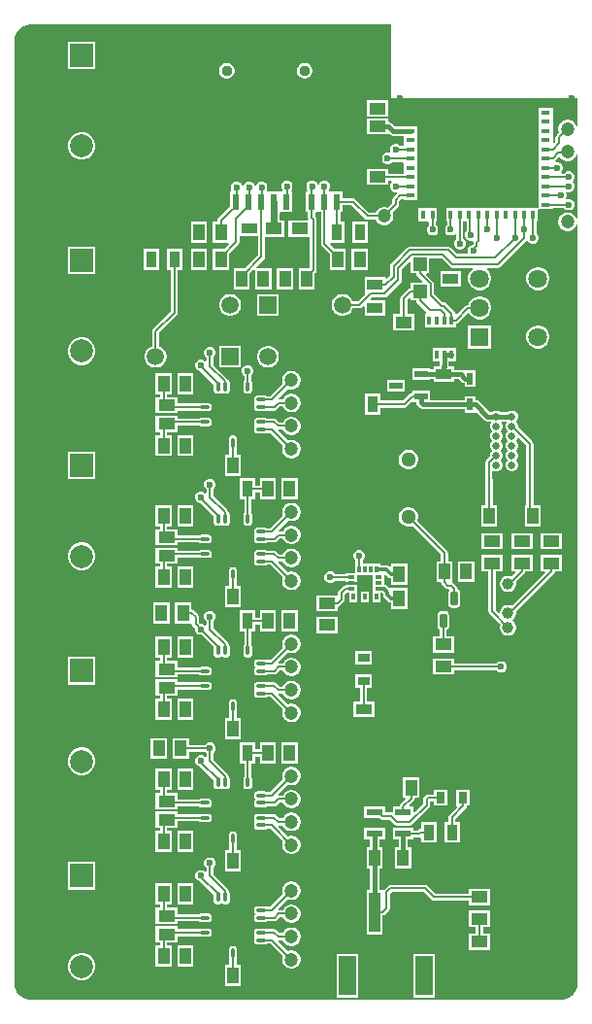
<source format=gtl>
G04*
G04 #@! TF.GenerationSoftware,Altium Limited,Altium Designer,25.3.3 (18)*
G04*
G04 Layer_Physical_Order=1*
G04 Layer_Color=255*
%FSLAX44Y44*%
%MOMM*%
G71*
G04*
G04 #@! TF.SameCoordinates,E74E417C-EFC3-4B03-BFDF-08B39AB8E956*
G04*
G04*
G04 #@! TF.FilePolarity,Positive*
G04*
G01*
G75*
%ADD14C,0.2000*%
%ADD18R,1.0200X1.4700*%
%ADD19R,1.4500X1.4500*%
%ADD20R,0.7000X0.7000*%
%ADD21R,0.4000X0.8000*%
%ADD22R,0.8000X0.4000*%
%ADD23R,0.6200X1.4000*%
%ADD24R,1.1000X2.4000*%
%ADD25R,1.5000X3.4000*%
%ADD26R,1.0000X3.5000*%
%ADD27R,0.6000X0.3000*%
%ADD28R,0.3000X0.6000*%
%ADD29R,1.0500X1.4000*%
%ADD30R,1.4500X0.9500*%
%ADD31R,1.0000X0.8000*%
%ADD32R,1.0000X1.4500*%
%ADD33R,1.4500X1.0000*%
G04:AMPARAMS|DCode=34|XSize=0.81mm|YSize=0.32mm|CornerRadius=0.04mm|HoleSize=0mm|Usage=FLASHONLY|Rotation=0.000|XOffset=0mm|YOffset=0mm|HoleType=Round|Shape=RoundedRectangle|*
%AMROUNDEDRECTD34*
21,1,0.8100,0.2400,0,0,0.0*
21,1,0.7300,0.3200,0,0,0.0*
1,1,0.0800,0.3650,-0.1200*
1,1,0.0800,-0.3650,-0.1200*
1,1,0.0800,-0.3650,0.1200*
1,1,0.0800,0.3650,0.1200*
%
%ADD34ROUNDEDRECTD34*%
G04:AMPARAMS|DCode=35|XSize=0.81mm|YSize=0.32mm|CornerRadius=0.04mm|HoleSize=0mm|Usage=FLASHONLY|Rotation=90.000|XOffset=0mm|YOffset=0mm|HoleType=Round|Shape=RoundedRectangle|*
%AMROUNDEDRECTD35*
21,1,0.8100,0.2400,0,0,90.0*
21,1,0.7300,0.3200,0,0,90.0*
1,1,0.0800,0.1200,0.3650*
1,1,0.0800,0.1200,-0.3650*
1,1,0.0800,-0.1200,-0.3650*
1,1,0.0800,-0.1200,0.3650*
%
%ADD35ROUNDEDRECTD35*%
%ADD36R,1.4700X1.0200*%
%ADD37R,0.9500X1.4500*%
%ADD38R,0.8000X1.0000*%
%ADD39R,1.1500X1.1500*%
G04:AMPARAMS|DCode=40|XSize=1.26mm|YSize=0.61mm|CornerRadius=0.1525mm|HoleSize=0mm|Usage=FLASHONLY|Rotation=90.000|XOffset=0mm|YOffset=0mm|HoleType=Round|Shape=RoundedRectangle|*
%AMROUNDEDRECTD40*
21,1,1.2600,0.3050,0,0,90.0*
21,1,0.9550,0.6100,0,0,90.0*
1,1,0.3050,0.1525,0.4775*
1,1,0.3050,0.1525,-0.4775*
1,1,0.3050,-0.1525,-0.4775*
1,1,0.3050,-0.1525,0.4775*
%
%ADD40ROUNDEDRECTD40*%
%ADD41R,1.3900X0.9600*%
%ADD42R,0.3500X0.8000*%
%ADD43R,2.5000X1.7500*%
%ADD44R,1.1500X0.6000*%
%ADD45R,0.5500X1.1100*%
%ADD46R,1.4000X0.6000*%
%ADD84C,0.6000*%
%ADD87C,1.2000*%
%ADD88C,1.0000*%
%ADD92R,3.2500X3.2500*%
%ADD93C,0.4000*%
%ADD94C,0.3000*%
%ADD95C,0.6000*%
%ADD96C,0.9500*%
%ADD97C,2.0000*%
%ADD98R,2.0000X2.0000*%
%ADD99C,0.6500*%
%ADD100R,0.6500X0.6500*%
%ADD101O,2.4000X0.9000*%
%ADD102O,1.7000X0.9000*%
%ADD103C,0.5000*%
%ADD104C,1.6350*%
%ADD105R,1.6350X1.6350*%
%ADD106R,1.5080X1.5080*%
%ADD107C,1.5080*%
%ADD108C,1.2800*%
G36*
X20003Y844902D02*
X20145Y844902D01*
X333791D01*
X334000Y781000D01*
X334155Y780845D01*
X496902D01*
Y756593D01*
X495632Y756426D01*
X495455Y757088D01*
X494402Y758912D01*
X492912Y760402D01*
X491088Y761455D01*
X489053Y762000D01*
X486947D01*
X484912Y761455D01*
X483088Y760402D01*
X481598Y758912D01*
X480545Y757088D01*
X480000Y755053D01*
Y752947D01*
X480545Y750912D01*
X480560Y750886D01*
X478381Y748706D01*
X477717Y747714D01*
X477485Y746543D01*
X477485Y746543D01*
Y742810D01*
X476173Y741499D01*
X475000Y741985D01*
X475000Y748000D01*
X475000Y749270D01*
Y756000D01*
Y762730D01*
X475000Y764000D01*
X475000Y765270D01*
Y772000D01*
X463000D01*
X463000Y764000D01*
X463000Y762730D01*
Y756000D01*
X463000Y748000D01*
X463000Y746730D01*
Y740000D01*
Y732000D01*
X463000D01*
Y732000D01*
X463000D01*
X463000Y724000D01*
X463000Y722730D01*
Y716000D01*
Y709270D01*
X463000Y708000D01*
X463000D01*
Y708000D01*
X463000D01*
Y701270D01*
X463000Y700000D01*
X463000D01*
Y700000D01*
X463000D01*
Y692000D01*
Y685652D01*
X462000Y685000D01*
X461730Y685000D01*
X455270D01*
X454000Y685000D01*
Y685000D01*
X454000D01*
Y685000D01*
X439270D01*
X438000Y685000D01*
X436730Y685000D01*
X430000Y685000D01*
X428730Y685000D01*
X415270D01*
X414000Y685000D01*
Y685000D01*
X414000D01*
Y685000D01*
X407270D01*
X406000Y685000D01*
Y685000D01*
X406000D01*
Y685000D01*
X391270D01*
X390000Y685000D01*
Y685000D01*
X390000D01*
Y685000D01*
X382000D01*
Y673000D01*
X382941D01*
X382941Y672999D01*
X382941Y672999D01*
Y670012D01*
X381761Y668832D01*
X381000Y666994D01*
Y665005D01*
X381761Y663167D01*
X383168Y661761D01*
X385005Y661000D01*
X386995D01*
X388832Y661761D01*
X389671Y662600D01*
X390941Y662074D01*
Y658012D01*
X389761Y656832D01*
X389000Y654995D01*
Y653005D01*
X389761Y651168D01*
X391168Y649761D01*
X393005Y649000D01*
X394995D01*
X396832Y649761D01*
X398239Y651168D01*
X399000Y653005D01*
Y654995D01*
X398239Y656832D01*
X397059Y658012D01*
Y673000D01*
X399684D01*
Y664755D01*
X399246Y664317D01*
X398485Y662480D01*
Y660491D01*
X399246Y658653D01*
X400653Y657246D01*
X402491Y656485D01*
X404480D01*
X404993Y656698D01*
X405131Y656630D01*
X405999Y655740D01*
X405850Y654991D01*
X405850Y654991D01*
Y653258D01*
X405592Y653000D01*
X405005D01*
X403168Y652239D01*
X401761Y650832D01*
X401000Y648995D01*
Y647005D01*
X401280Y646329D01*
X400432Y645059D01*
X391651D01*
X386047Y650663D01*
X385055Y651326D01*
X383884Y651559D01*
X383884Y651559D01*
X350351D01*
X350351Y651559D01*
X349180Y651326D01*
X348188Y650663D01*
X348188Y650663D01*
X334087Y636562D01*
X333424Y635570D01*
X333191Y634399D01*
X333191Y634399D01*
Y626267D01*
X330423Y623499D01*
X329250Y623985D01*
Y624750D01*
X310750D01*
Y611250D01*
X311022D01*
X311508Y610077D01*
X304990Y603559D01*
X300557D01*
X300390Y604183D01*
X299134Y606358D01*
X297358Y608134D01*
X295182Y609390D01*
X292756Y610040D01*
X290244D01*
X287818Y609390D01*
X285642Y608134D01*
X283866Y606358D01*
X282610Y604183D01*
X281960Y601756D01*
Y599244D01*
X282610Y596818D01*
X283866Y594642D01*
X285642Y592866D01*
X287818Y591610D01*
X290244Y590960D01*
X292756D01*
X295182Y591610D01*
X297358Y592866D01*
X299134Y594642D01*
X300390Y596818D01*
X300557Y597441D01*
X306257D01*
X306257Y597441D01*
X307428Y597674D01*
X308420Y598337D01*
X309576Y599494D01*
X310750Y599007D01*
Y591250D01*
X329250D01*
Y604750D01*
X316492D01*
X316006Y605923D01*
X317274Y607191D01*
X328492D01*
X328492Y607191D01*
X329663Y607424D01*
X330655Y608087D01*
X342413Y619845D01*
X343076Y620837D01*
X343309Y622007D01*
X343309Y622008D01*
Y631475D01*
X350077Y638243D01*
X351250Y637757D01*
Y628000D01*
X355941D01*
X356174Y626829D01*
X356837Y625837D01*
X361501Y621173D01*
X361015Y620000D01*
X351250D01*
Y615309D01*
X350079Y615076D01*
X349087Y614413D01*
X342837Y608163D01*
X342174Y607170D01*
X341941Y606000D01*
X341941Y606000D01*
Y592500D01*
X341941Y592500D01*
X335750D01*
Y578500D01*
X354250D01*
Y592500D01*
X348059D01*
X348059Y592500D01*
Y604733D01*
X350077Y606751D01*
X351250Y606265D01*
Y604500D01*
X355941D01*
X356174Y603330D01*
X356837Y602337D01*
X364905Y594270D01*
X364379Y593000D01*
X363500D01*
Y581000D01*
X390500D01*
Y583941D01*
X391670Y584174D01*
X392663Y584837D01*
X401047Y593221D01*
X402306Y593055D01*
X403058Y591753D01*
X404952Y589858D01*
X407273Y588518D01*
X409860Y587825D01*
X412539D01*
X415127Y588518D01*
X417448Y589858D01*
X419342Y591753D01*
X420682Y594073D01*
X421375Y596660D01*
Y599340D01*
X420682Y601927D01*
X419342Y604248D01*
X417448Y606142D01*
X415127Y607482D01*
X412539Y608175D01*
X409860D01*
X407273Y607482D01*
X404952Y606142D01*
X403058Y604248D01*
X401718Y601927D01*
X401358Y600584D01*
X401025D01*
X401025Y600584D01*
X399854Y600351D01*
X398862Y599688D01*
X398862Y599688D01*
X391673Y592499D01*
X390500Y592985D01*
Y593000D01*
X389809D01*
X389576Y594170D01*
X388913Y595163D01*
X382113Y601963D01*
X381120Y602626D01*
X379950Y602859D01*
X379950Y602859D01*
X379075D01*
X371463Y610471D01*
Y618596D01*
X371230Y619767D01*
X370567Y620759D01*
X364499Y626827D01*
X364985Y628000D01*
X366750D01*
Y641441D01*
X377729D01*
X385333Y633837D01*
X386326Y633174D01*
X387496Y632941D01*
X387496Y632941D01*
X404836D01*
X405176Y631671D01*
X404952Y631542D01*
X403058Y629648D01*
X401718Y627327D01*
X401025Y624740D01*
Y622061D01*
X401718Y619473D01*
X403058Y617152D01*
X404952Y615258D01*
X407273Y613918D01*
X409860Y613225D01*
X412539D01*
X415127Y613918D01*
X417448Y615258D01*
X419342Y617152D01*
X420682Y619473D01*
X421375Y622061D01*
Y624740D01*
X420682Y627327D01*
X419342Y629648D01*
X417448Y631542D01*
X417224Y631671D01*
X417564Y632941D01*
X427485D01*
X427485Y632941D01*
X428656Y633174D01*
X429648Y633837D01*
X452163Y656351D01*
X452163Y656351D01*
X452254Y656488D01*
X453687Y656347D01*
X453761Y656168D01*
X455168Y654761D01*
X457005Y654000D01*
X458994D01*
X460832Y654761D01*
X462239Y656168D01*
X463000Y658005D01*
Y659994D01*
X462239Y661832D01*
X461059Y663012D01*
Y673000D01*
X462000D01*
Y683348D01*
X463000Y684000D01*
X463270Y684000D01*
X475000D01*
Y684941D01*
X484988D01*
X486168Y683761D01*
X488005Y683000D01*
X489995D01*
X491832Y683761D01*
X493239Y685168D01*
X494000Y687005D01*
Y688995D01*
X493239Y690832D01*
X491832Y692239D01*
X489995Y693000D01*
X488005D01*
X487449Y692769D01*
X486477Y693741D01*
X487000Y695005D01*
Y696994D01*
X486476Y698259D01*
X487448Y699231D01*
X488005Y699000D01*
X489995D01*
X491832Y699761D01*
X493239Y701168D01*
X494000Y703005D01*
Y704994D01*
X493239Y706832D01*
X492071Y708000D01*
X493239Y709168D01*
X494000Y711005D01*
Y712995D01*
X493239Y714832D01*
X491832Y716239D01*
X489995Y717000D01*
X488005D01*
X486168Y716239D01*
X484987Y715059D01*
X482926D01*
X482399Y716329D01*
X483239Y717168D01*
X484000Y719005D01*
Y720995D01*
X483239Y722832D01*
X481832Y724239D01*
X479995Y725000D01*
X478122D01*
X477869Y725305D01*
X477485Y726159D01*
X480552Y729226D01*
X481598Y729088D01*
X483088Y727598D01*
X484912Y726545D01*
X486946Y726000D01*
X489053D01*
X491088Y726545D01*
X492912Y727598D01*
X494401Y729088D01*
X495454Y730912D01*
X495632Y731575D01*
X496902Y731408D01*
X496902Y675593D01*
X495632Y675426D01*
X495455Y676088D01*
X494402Y677912D01*
X492912Y679402D01*
X491088Y680455D01*
X489053Y681000D01*
X486947D01*
X484912Y680455D01*
X483088Y679402D01*
X481598Y677912D01*
X480545Y676088D01*
X480000Y674053D01*
Y671947D01*
X480545Y669912D01*
X481598Y668088D01*
X483088Y666598D01*
X484912Y665545D01*
X486947Y665000D01*
X489053D01*
X491088Y665545D01*
X492912Y666598D01*
X494402Y668088D01*
X495455Y669912D01*
X495632Y670574D01*
X496902Y670407D01*
X496903Y10000D01*
Y8532D01*
X496330Y5653D01*
X495206Y2941D01*
X493576Y500D01*
X491500Y-1575D01*
X489059Y-3206D01*
X486347Y-4329D01*
X483468Y-4902D01*
X482063Y-4902D01*
X20319Y-4902D01*
X20317Y-4902D01*
X20315Y-4902D01*
X19996Y-4902D01*
X18532D01*
X15653Y-4330D01*
X12941Y-3206D01*
X10500Y-1575D01*
X8425Y500D01*
X6794Y2941D01*
X5670Y5653D01*
X5098Y8532D01*
X5098Y10000D01*
X5098Y830000D01*
Y831468D01*
X5671Y834347D01*
X6794Y837059D01*
X8425Y839500D01*
X10500Y841575D01*
X12941Y843206D01*
X15653Y844330D01*
X18532Y844902D01*
X20000Y844902D01*
X20001Y844902D01*
X20003Y844902D01*
D02*
G37*
%LPC*%
G36*
X76000Y830000D02*
X52000D01*
Y806000D01*
X76000D01*
Y830000D01*
D02*
G37*
G36*
X259445Y811370D02*
X257667D01*
X255951Y810910D01*
X254411Y810021D01*
X253155Y808764D01*
X252266Y807225D01*
X251806Y805508D01*
Y803731D01*
X252266Y802014D01*
X253155Y800475D01*
X254411Y799219D01*
X255951Y798330D01*
X257667Y797870D01*
X259445D01*
X261161Y798330D01*
X262701Y799219D01*
X263957Y800475D01*
X264846Y802014D01*
X265306Y803731D01*
Y805508D01*
X264846Y807225D01*
X263957Y808764D01*
X262701Y810021D01*
X261161Y810910D01*
X259445Y811370D01*
D02*
G37*
G36*
X191445D02*
X189667D01*
X187951Y810910D01*
X186411Y810021D01*
X185155Y808764D01*
X184266Y807225D01*
X183806Y805508D01*
Y803731D01*
X184266Y802014D01*
X185155Y800475D01*
X186411Y799219D01*
X187951Y798330D01*
X189667Y797870D01*
X191445D01*
X193161Y798330D01*
X194701Y799219D01*
X195957Y800475D01*
X196846Y802014D01*
X197306Y803731D01*
Y805508D01*
X196846Y807225D01*
X195957Y808764D01*
X194701Y810021D01*
X193161Y810910D01*
X191445Y811370D01*
D02*
G37*
G36*
X331350Y778900D02*
X312650D01*
Y764700D01*
X331350D01*
Y778900D01*
D02*
G37*
G36*
Y763200D02*
X312650D01*
Y749000D01*
X331350D01*
X331350Y749000D01*
X332620Y749080D01*
X333889Y748232D01*
X335450Y747922D01*
X335450Y747922D01*
X345000D01*
Y740255D01*
X345000Y739059D01*
X345000Y739059D01*
X342012D01*
X340832Y740239D01*
X338995Y741000D01*
X337006D01*
X335168Y740239D01*
X333761Y738832D01*
X333000Y736995D01*
Y735005D01*
X333524Y733741D01*
X332552Y732769D01*
X331995Y733000D01*
X330005D01*
X328168Y732239D01*
X326761Y730832D01*
X326000Y728994D01*
Y727005D01*
X326761Y725168D01*
X328168Y723761D01*
X330005Y723000D01*
X331995D01*
X333832Y723761D01*
X335012Y724941D01*
X344206D01*
X345000Y724000D01*
X345000Y722730D01*
Y715059D01*
X331853D01*
X331350Y715159D01*
Y719200D01*
X312650D01*
Y705000D01*
X331350D01*
Y708859D01*
X331450Y708941D01*
X331450Y708941D01*
X334074D01*
X334600Y707671D01*
X333761Y706832D01*
X333000Y704995D01*
Y703006D01*
X333761Y701168D01*
X335168Y699761D01*
X337006Y699000D01*
X338878D01*
X339131Y698696D01*
X339515Y697841D01*
X335970Y694296D01*
X335307Y693304D01*
X335074Y692133D01*
X335074Y692133D01*
Y689400D01*
X331114Y685440D01*
X331088Y685455D01*
X329053Y686000D01*
X326946D01*
X324912Y685455D01*
X323088Y684402D01*
X321598Y682912D01*
X320545Y681088D01*
X320537Y681059D01*
X314552D01*
X303028Y692583D01*
X302035Y693246D01*
X300865Y693479D01*
X300865Y693479D01*
X291856D01*
Y699420D01*
X282126D01*
X280856Y699420D01*
X280287Y699420D01*
X279761Y700690D01*
X280239Y701168D01*
X281000Y703005D01*
Y704995D01*
X280239Y706832D01*
X278832Y708239D01*
X276995Y709000D01*
X275005D01*
X273168Y708239D01*
X271761Y706832D01*
X271173Y705413D01*
X269827D01*
X269239Y706832D01*
X267832Y708239D01*
X265995Y709000D01*
X264005D01*
X262168Y708239D01*
X260761Y706832D01*
X260000Y704995D01*
Y703005D01*
X260761Y701168D01*
X261239Y700690D01*
X260713Y699420D01*
X259656D01*
Y681420D01*
X261453D01*
Y676488D01*
X261453Y676488D01*
X261656Y675470D01*
X261560Y675136D01*
X260905Y674200D01*
X244650D01*
Y660000D01*
X262941D01*
Y632250D01*
X253500D01*
Y613750D01*
X267500D01*
Y627924D01*
X268163Y628587D01*
X268163Y628587D01*
X268826Y629579D01*
X269059Y630750D01*
Y675000D01*
X269059Y675000D01*
X268826Y676171D01*
X268163Y677163D01*
X268163Y677163D01*
X267571Y677755D01*
Y680522D01*
X268469Y681420D01*
X270656Y681420D01*
X271126Y681420D01*
X272698D01*
Y653994D01*
X272698Y653994D01*
X272930Y652823D01*
X273593Y651831D01*
X280500Y644924D01*
Y630750D01*
X294500D01*
Y649250D01*
X284826D01*
X280596Y653480D01*
X281122Y654750D01*
X293506D01*
Y673250D01*
X289815D01*
Y681420D01*
X291856D01*
Y687361D01*
X299598D01*
X311122Y675837D01*
X312114Y675174D01*
X313285Y674941D01*
X320537D01*
X320545Y674912D01*
X321598Y673088D01*
X323088Y671598D01*
X324912Y670545D01*
X326946Y670000D01*
X329053D01*
X331088Y670545D01*
X332912Y671598D01*
X334401Y673088D01*
X335454Y674912D01*
X336000Y676947D01*
Y679053D01*
X335454Y681088D01*
X335439Y681114D01*
X340296Y685970D01*
X340296Y685970D01*
X340959Y686963D01*
X341192Y688133D01*
X341192Y688133D01*
Y690866D01*
X343267Y692941D01*
X345000D01*
Y692000D01*
X357000D01*
Y698730D01*
X357000Y700000D01*
X357000Y701270D01*
Y706730D01*
X357000Y708000D01*
X357000D01*
Y708000D01*
X357000D01*
Y716000D01*
Y722730D01*
X357000Y724000D01*
X357000Y725270D01*
Y730730D01*
X357000Y732000D01*
X357000D01*
Y732000D01*
X357000D01*
Y740000D01*
Y748000D01*
X357000D01*
X357000Y749270D01*
Y756000D01*
X351394D01*
X351000Y756078D01*
X337140D01*
X334234Y758984D01*
X332911Y759868D01*
X331350Y760178D01*
Y763200D01*
D02*
G37*
G36*
X65580Y751000D02*
X62421D01*
X59369Y750182D01*
X56632Y748603D01*
X54398Y746368D01*
X52818Y743632D01*
X52000Y740580D01*
Y737420D01*
X52818Y734368D01*
X54398Y731632D01*
X56632Y729398D01*
X59369Y727818D01*
X62421Y727000D01*
X65580D01*
X68632Y727818D01*
X71368Y729398D01*
X73603Y731632D01*
X75182Y734368D01*
X76000Y737420D01*
Y740580D01*
X75182Y743632D01*
X73603Y746368D01*
X71368Y748603D01*
X68632Y750182D01*
X65580Y751000D01*
D02*
G37*
G36*
X243995Y709000D02*
X242005D01*
X240168Y708239D01*
X238761Y706832D01*
X238000Y704995D01*
Y703005D01*
X238761Y701168D01*
X239239Y700690D01*
X238713Y699420D01*
X236856Y699420D01*
X236386Y699420D01*
X226656D01*
Y699420D01*
X225856D01*
X225455Y700690D01*
X226000Y702005D01*
Y703995D01*
X225239Y705832D01*
X223832Y707239D01*
X221995Y708000D01*
X220005D01*
X218168Y707239D01*
X216761Y705832D01*
X216173Y704413D01*
X214827D01*
X214239Y705832D01*
X212832Y707239D01*
X210995Y708000D01*
X209005D01*
X207168Y707239D01*
X205761Y705832D01*
X205173Y704413D01*
X203827D01*
X203239Y705832D01*
X201832Y707239D01*
X199995Y708000D01*
X198005D01*
X196168Y707239D01*
X194761Y705832D01*
X194000Y703995D01*
Y702005D01*
X194545Y700690D01*
X193850Y699420D01*
X193656D01*
Y686682D01*
X193507Y686583D01*
X193507Y686583D01*
X183337Y676413D01*
X182674Y675421D01*
X182441Y674250D01*
X181698Y673250D01*
X178500D01*
Y654750D01*
X191462D01*
X191878Y654750D01*
X192404Y653480D01*
X188174Y649250D01*
X178500D01*
Y630750D01*
X192500D01*
Y644924D01*
X200741Y653165D01*
X200741Y653165D01*
X201404Y654157D01*
X201637Y655328D01*
Y660100D01*
X217697D01*
Y643773D01*
X206174Y632250D01*
X196500D01*
Y613750D01*
X210500D01*
Y627924D01*
X214230Y631654D01*
X215500Y631128D01*
Y613750D01*
X229500D01*
Y632250D01*
X216622D01*
X216096Y633520D01*
X222919Y640343D01*
X223582Y641336D01*
X223815Y642506D01*
X223815Y642506D01*
Y660000D01*
X241106D01*
Y674200D01*
X236854D01*
Y680482D01*
X237656Y681420D01*
X238126Y681420D01*
X247856D01*
Y699420D01*
X247287D01*
X246761Y700690D01*
X247239Y701168D01*
X248000Y703005D01*
Y704995D01*
X247239Y706832D01*
X245832Y708239D01*
X243995Y709000D01*
D02*
G37*
G36*
X366000Y685000D02*
X364730Y685000D01*
X358000D01*
Y673000D01*
X365734Y673000D01*
X366000Y673000D01*
X366941Y672206D01*
Y670012D01*
X365761Y668832D01*
X365000Y666994D01*
Y665005D01*
X365761Y663167D01*
X367168Y661761D01*
X369005Y661000D01*
X370994D01*
X372832Y661761D01*
X374239Y663167D01*
X375000Y665005D01*
Y666994D01*
X374239Y668832D01*
X373059Y670012D01*
Y672999D01*
X373059Y673000D01*
X374000Y673000D01*
Y685000D01*
X367270D01*
X366000Y685000D01*
D02*
G37*
G36*
X313506Y673250D02*
X300006D01*
Y654750D01*
X313506D01*
Y673250D01*
D02*
G37*
G36*
X173500D02*
X159500D01*
Y654750D01*
X173500D01*
Y673250D01*
D02*
G37*
G36*
X313500Y649250D02*
X299500D01*
Y630750D01*
X313500D01*
Y649250D01*
D02*
G37*
G36*
X173500D02*
X159500D01*
Y630750D01*
X173500D01*
Y649250D01*
D02*
G37*
G36*
X131750Y649250D02*
X118250D01*
Y630750D01*
X131750D01*
Y649250D01*
D02*
G37*
G36*
X76000Y651250D02*
X52000D01*
Y627250D01*
X76000D01*
Y651250D01*
D02*
G37*
G36*
X394950Y630200D02*
X377050D01*
Y616600D01*
X394950D01*
Y630200D01*
D02*
G37*
G36*
X248500Y632250D02*
X234500D01*
Y613750D01*
X248500D01*
Y632250D01*
D02*
G37*
G36*
X463340Y633575D02*
X460660D01*
X458073Y632882D01*
X455752Y631542D01*
X453858Y629648D01*
X452518Y627327D01*
X451825Y624740D01*
Y622061D01*
X452518Y619473D01*
X453858Y617152D01*
X455752Y615258D01*
X458073Y613918D01*
X460660Y613225D01*
X463340D01*
X465927Y613918D01*
X468248Y615258D01*
X470142Y617152D01*
X471482Y619473D01*
X472175Y622061D01*
Y624740D01*
X471482Y627327D01*
X470142Y629648D01*
X468248Y631542D01*
X465927Y632882D01*
X463340Y633575D01*
D02*
G37*
G36*
X236040Y610040D02*
X216960D01*
Y590960D01*
X236040D01*
Y610040D01*
D02*
G37*
G36*
X194756Y610040D02*
X192244D01*
X189818Y609390D01*
X187642Y608134D01*
X185866Y606358D01*
X184610Y604182D01*
X183960Y601756D01*
Y599244D01*
X184610Y596818D01*
X185866Y594642D01*
X187642Y592866D01*
X189818Y591610D01*
X192244Y590960D01*
X194756D01*
X197182Y591610D01*
X199358Y592866D01*
X201134Y594642D01*
X202390Y596818D01*
X203040Y599244D01*
Y601756D01*
X202390Y604182D01*
X201134Y606358D01*
X199358Y608134D01*
X197182Y609390D01*
X194756Y610040D01*
D02*
G37*
G36*
X463340Y582775D02*
X460660D01*
X458073Y582082D01*
X455752Y580742D01*
X453858Y578848D01*
X452518Y576527D01*
X451825Y573940D01*
Y571260D01*
X452518Y568673D01*
X453858Y566353D01*
X455752Y564458D01*
X458073Y563119D01*
X460660Y562425D01*
X463340D01*
X465927Y563119D01*
X468248Y564458D01*
X470142Y566353D01*
X471482Y568673D01*
X472175Y571260D01*
Y573940D01*
X471482Y576527D01*
X470142Y578848D01*
X468248Y580742D01*
X465927Y582082D01*
X463340Y582775D01*
D02*
G37*
G36*
X421375D02*
X401025D01*
Y562425D01*
X421375D01*
Y582775D01*
D02*
G37*
G36*
X176995Y564000D02*
X175005D01*
X173168Y563239D01*
X171761Y561832D01*
X171000Y559995D01*
Y558005D01*
X171761Y556168D01*
X172941Y554988D01*
Y551926D01*
X171671Y551400D01*
X170832Y552239D01*
X168995Y553000D01*
X167005D01*
X165168Y552239D01*
X163761Y550832D01*
X163000Y548995D01*
Y547005D01*
X163761Y545168D01*
X165168Y543761D01*
X167005Y543000D01*
X167624D01*
X179353Y531271D01*
Y525850D01*
X179539Y524913D01*
X180070Y524120D01*
X180863Y523589D01*
X181800Y523403D01*
X184200D01*
X185136Y523589D01*
X185316Y523709D01*
X186250Y524015D01*
X187183Y523709D01*
X187363Y523589D01*
X188300Y523403D01*
X190700D01*
X191636Y523589D01*
X192430Y524120D01*
X192961Y524913D01*
X193147Y525850D01*
Y533150D01*
X192961Y534086D01*
X192430Y534880D01*
X191636Y535411D01*
X191632Y535411D01*
X191063Y536263D01*
X191063Y536263D01*
X179059Y548267D01*
Y554988D01*
X180239Y556168D01*
X181000Y558005D01*
Y559995D01*
X180239Y561832D01*
X178832Y563239D01*
X176995Y564000D01*
D02*
G37*
G36*
X65580Y572250D02*
X62421D01*
X59369Y571432D01*
X56632Y569852D01*
X54398Y567618D01*
X52818Y564882D01*
X52000Y561830D01*
Y558670D01*
X52818Y555618D01*
X54398Y552882D01*
X56632Y550648D01*
X59369Y549068D01*
X62421Y548250D01*
X65580D01*
X68632Y549068D01*
X71368Y550648D01*
X73603Y552882D01*
X75182Y555618D01*
X76000Y558670D01*
Y561830D01*
X75182Y564882D01*
X73603Y567618D01*
X71368Y569852D01*
X68632Y571432D01*
X65580Y572250D01*
D02*
G37*
G36*
X203040Y565040D02*
X183960D01*
Y545960D01*
X203040D01*
Y565040D01*
D02*
G37*
G36*
X151750Y649250D02*
X138250D01*
Y630750D01*
X141941D01*
Y595267D01*
X126337Y579663D01*
X125674Y578671D01*
X125441Y577500D01*
X125441Y577500D01*
Y564557D01*
X124818Y564390D01*
X122642Y563134D01*
X120866Y561358D01*
X119610Y559183D01*
X118960Y556756D01*
Y554244D01*
X119610Y551818D01*
X120866Y549642D01*
X122642Y547866D01*
X124818Y546610D01*
X127244Y545960D01*
X129756D01*
X132182Y546610D01*
X134358Y547866D01*
X136134Y549642D01*
X137390Y551818D01*
X138040Y554244D01*
Y556756D01*
X137390Y559183D01*
X136134Y561358D01*
X134358Y563134D01*
X132182Y564390D01*
X131559Y564557D01*
Y576233D01*
X147163Y591837D01*
X147163Y591837D01*
X147826Y592829D01*
X148059Y594000D01*
Y630750D01*
X151750D01*
Y649250D01*
D02*
G37*
G36*
X227756Y565040D02*
X225244D01*
X222818Y564390D01*
X220643Y563134D01*
X218866Y561358D01*
X217610Y559182D01*
X216960Y556756D01*
Y554244D01*
X217610Y551818D01*
X218866Y549642D01*
X220643Y547866D01*
X222818Y546610D01*
X225244Y545960D01*
X227756D01*
X230182Y546610D01*
X232358Y547866D01*
X234134Y549642D01*
X235390Y551818D01*
X236040Y554244D01*
Y556756D01*
X235390Y559182D01*
X234134Y561358D01*
X232358Y563134D01*
X230182Y564390D01*
X227756Y565040D01*
D02*
G37*
G36*
X390500Y563000D02*
X370000D01*
Y551000D01*
X376172D01*
Y547957D01*
X375922Y546700D01*
X371050D01*
Y544160D01*
X370950Y544078D01*
X370950Y544078D01*
X367750D01*
Y545000D01*
X352250D01*
Y535000D01*
X367750D01*
Y535922D01*
X370547D01*
X371050Y535822D01*
Y533100D01*
X388950D01*
Y535822D01*
X393061D01*
X395366Y533516D01*
X395366Y533516D01*
X396689Y532632D01*
X398250Y532322D01*
Y528850D01*
X407750D01*
Y543950D01*
X398250D01*
Y543900D01*
X396980Y543221D01*
X396311Y543668D01*
X394750Y543979D01*
X394750Y543978D01*
X388950D01*
Y546700D01*
X384534D01*
X384328Y546950D01*
X384328Y546950D01*
Y551000D01*
X390500D01*
Y555412D01*
X390518Y555439D01*
X390828Y557000D01*
X390518Y558560D01*
X390500Y558587D01*
Y563000D01*
D02*
G37*
G36*
X248053Y543000D02*
X245947D01*
X243912Y542455D01*
X242088Y541402D01*
X240598Y539912D01*
X239545Y538088D01*
X239000Y536053D01*
Y533947D01*
X239545Y531912D01*
X239560Y531886D01*
X228733Y521059D01*
X225688D01*
X225086Y521461D01*
X224150Y521647D01*
X216850D01*
X215914Y521461D01*
X215120Y520931D01*
X214589Y520137D01*
X214403Y519200D01*
Y516800D01*
X214589Y515864D01*
X214710Y515684D01*
X215015Y514750D01*
X214710Y513816D01*
X214589Y513636D01*
X214403Y512700D01*
Y510300D01*
X214589Y509364D01*
X215120Y508570D01*
X215914Y508039D01*
X216850Y507853D01*
X224150D01*
X225086Y508039D01*
X225689Y508442D01*
X232115D01*
X232115Y508442D01*
X233285Y508675D01*
X234277Y509338D01*
X236881Y511941D01*
X239537D01*
X239545Y511912D01*
X240598Y510088D01*
X242088Y508599D01*
X243912Y507545D01*
X245947Y507000D01*
X248053D01*
X250088Y507545D01*
X251912Y508599D01*
X253401Y510088D01*
X254455Y511912D01*
X255000Y513947D01*
Y516054D01*
X254455Y518088D01*
X253401Y519912D01*
X251912Y521402D01*
X250088Y522455D01*
X248053Y523000D01*
X245947D01*
X243912Y522455D01*
X242088Y521402D01*
X240598Y519912D01*
X239545Y518088D01*
X239537Y518059D01*
X236180D01*
X235654Y519329D01*
X243886Y527560D01*
X243912Y527545D01*
X245947Y527000D01*
X248053D01*
X250088Y527545D01*
X251912Y528598D01*
X253401Y530088D01*
X254455Y531912D01*
X255000Y533947D01*
Y536053D01*
X254455Y538088D01*
X253401Y539912D01*
X251912Y541402D01*
X250088Y542455D01*
X248053Y543000D01*
D02*
G37*
G36*
X345750Y535400D02*
X330250D01*
Y525400D01*
X345750D01*
Y535400D01*
D02*
G37*
G36*
X209995Y548000D02*
X208006D01*
X206168Y547239D01*
X204761Y545832D01*
X204000Y543995D01*
Y542005D01*
X204761Y540168D01*
X205941Y538988D01*
Y534688D01*
X205539Y534086D01*
X205353Y533150D01*
Y525850D01*
X205539Y524913D01*
X206070Y524120D01*
X206863Y523589D01*
X207800Y523403D01*
X210200D01*
X211136Y523589D01*
X211930Y524120D01*
X212461Y524913D01*
X212647Y525850D01*
Y533150D01*
X212461Y534086D01*
X212059Y534688D01*
Y538988D01*
X213239Y540168D01*
X214000Y542005D01*
Y543995D01*
X213239Y545832D01*
X211832Y547239D01*
X209995Y548000D01*
D02*
G37*
G36*
X161500Y541250D02*
X147500D01*
Y522750D01*
X161500D01*
Y541250D01*
D02*
G37*
G36*
X367750Y525800D02*
X352250D01*
Y523859D01*
X351079Y523626D01*
X350087Y522963D01*
X344183Y517059D01*
X324750D01*
Y523250D01*
X311250D01*
Y504750D01*
X324750D01*
Y510941D01*
X345450D01*
X345450Y510941D01*
X346621Y511174D01*
X347613Y511837D01*
X351132Y515356D01*
X352250Y515800D01*
Y515800D01*
X352250Y515800D01*
X355950D01*
X356232Y514383D01*
X357116Y513059D01*
X359459Y510716D01*
X359459Y510716D01*
X360783Y509832D01*
X362343Y509522D01*
X398250D01*
Y506050D01*
X407750D01*
Y506173D01*
X408923Y506659D01*
X415216Y500366D01*
X415216Y500366D01*
X416539Y499482D01*
X418100Y499172D01*
X420951D01*
X421478Y497902D01*
X421300Y497724D01*
X420500Y495794D01*
Y493705D01*
X421300Y491776D01*
X422575Y490500D01*
X421300Y489224D01*
X420500Y487294D01*
Y485206D01*
X421300Y483276D01*
X422575Y482000D01*
X421300Y480724D01*
X420500Y478794D01*
Y476706D01*
X421300Y474776D01*
X422575Y473500D01*
X421300Y472224D01*
X420500Y470295D01*
Y468665D01*
X417337Y465501D01*
X416674Y464509D01*
X416441Y463339D01*
X416441Y463338D01*
Y426250D01*
X412500D01*
Y407750D01*
X426500D01*
Y426250D01*
X422559D01*
Y455015D01*
X423829Y455863D01*
X424706Y455500D01*
X426795D01*
X428724Y456299D01*
X430201Y457776D01*
X431000Y459706D01*
Y461794D01*
X430201Y463724D01*
X428925Y465000D01*
X430201Y466276D01*
X431000Y468206D01*
Y470295D01*
X430201Y472224D01*
X428925Y473500D01*
X430201Y474776D01*
X431000Y476706D01*
Y478794D01*
X430201Y480724D01*
X428925Y482000D01*
X430201Y483276D01*
X431000Y485206D01*
Y487294D01*
X430201Y489224D01*
X428925Y490500D01*
X430201Y491776D01*
X431000Y493705D01*
Y495794D01*
X430201Y497724D01*
X430023Y497902D01*
X430549Y499172D01*
X434451D01*
X434977Y497902D01*
X434799Y497724D01*
X434000Y495794D01*
Y493705D01*
X434799Y491776D01*
X436075Y490500D01*
X434799Y489224D01*
X434000Y487294D01*
Y485206D01*
X434799Y483276D01*
X436075Y482000D01*
X434799Y480724D01*
X434000Y478794D01*
Y476706D01*
X434799Y474776D01*
X436075Y473500D01*
X434799Y472224D01*
X434000Y470295D01*
Y468206D01*
X434799Y466276D01*
X436075Y465000D01*
X434799Y463724D01*
X434000Y461794D01*
Y459706D01*
X434799Y457776D01*
X436276Y456299D01*
X438205Y455500D01*
X440294D01*
X442224Y456299D01*
X443700Y457776D01*
X444500Y459706D01*
Y461794D01*
X443700Y463724D01*
X442424Y465000D01*
X443700Y466276D01*
X444500Y468206D01*
Y470295D01*
X443700Y472224D01*
X442425Y473500D01*
X443700Y474776D01*
X444500Y476706D01*
Y478794D01*
X443700Y480724D01*
X442425Y482000D01*
X443700Y483276D01*
X444064Y484153D01*
X445562Y484451D01*
X451941Y478072D01*
Y426250D01*
X450500D01*
Y407750D01*
X464500D01*
Y426250D01*
X458059D01*
Y479339D01*
X457826Y480509D01*
X457163Y481501D01*
X444500Y494165D01*
Y495794D01*
X443700Y497724D01*
X442424Y499000D01*
X443700Y500276D01*
X444500Y502206D01*
Y504295D01*
X443700Y506224D01*
X442224Y507701D01*
X440294Y508500D01*
X438205D01*
X436276Y507701D01*
X435904Y507329D01*
X429096D01*
X428724Y507701D01*
X426795Y508500D01*
X424706D01*
X422776Y507701D01*
X422404Y507329D01*
X419789D01*
X410634Y516484D01*
X409311Y517368D01*
X407750Y517678D01*
Y521150D01*
X398250D01*
Y517678D01*
X367750D01*
Y525800D01*
D02*
G37*
G36*
X142500Y541250D02*
X128500D01*
Y522750D01*
X132441D01*
Y520200D01*
X128650D01*
Y506000D01*
X147350D01*
Y508442D01*
X166311D01*
X166913Y508039D01*
X167850Y507853D01*
X175150D01*
X176086Y508039D01*
X176880Y508570D01*
X177411Y509364D01*
X177597Y510300D01*
Y512700D01*
X177411Y513636D01*
X176880Y514430D01*
X176086Y514961D01*
X175150Y515147D01*
X167850D01*
X166913Y514961D01*
X166313Y514559D01*
X147350D01*
Y520200D01*
X138559D01*
Y522750D01*
X142500D01*
Y541250D01*
D02*
G37*
G36*
X248053Y503000D02*
X245947D01*
X243912Y502455D01*
X242088Y501402D01*
X240599Y499912D01*
X239545Y498088D01*
X239538Y498059D01*
X236707D01*
X234103Y500663D01*
X233110Y501326D01*
X231940Y501559D01*
X231940Y501559D01*
X225688D01*
X225086Y501961D01*
X224150Y502147D01*
X216850D01*
X215914Y501961D01*
X215120Y501431D01*
X214589Y500637D01*
X214403Y499700D01*
Y497300D01*
X214589Y496364D01*
X214710Y496184D01*
X215015Y495250D01*
X214710Y494316D01*
X214589Y494136D01*
X214403Y493200D01*
Y490800D01*
X214589Y489863D01*
X215120Y489070D01*
X215914Y488539D01*
X216850Y488353D01*
X224150D01*
X225086Y488539D01*
X225689Y488941D01*
X228733D01*
X239560Y478114D01*
X239545Y478088D01*
X239000Y476053D01*
Y473946D01*
X239545Y471912D01*
X240598Y470088D01*
X242088Y468598D01*
X243912Y467545D01*
X245947Y467000D01*
X248053D01*
X250088Y467545D01*
X251912Y468598D01*
X253401Y470088D01*
X254455Y471912D01*
X255000Y473946D01*
Y476053D01*
X254455Y478088D01*
X253401Y479912D01*
X251912Y481401D01*
X250088Y482454D01*
X248053Y483000D01*
X245947D01*
X243912Y482454D01*
X243886Y482440D01*
X235654Y490671D01*
X236180Y491941D01*
X239538D01*
X239545Y491912D01*
X240599Y490088D01*
X242088Y488599D01*
X243912Y487545D01*
X245947Y487000D01*
X248053D01*
X250088Y487545D01*
X251912Y488599D01*
X253402Y490088D01*
X254455Y491912D01*
X255000Y493947D01*
Y496053D01*
X254455Y498088D01*
X253402Y499912D01*
X251912Y501402D01*
X250088Y502455D01*
X248053Y503000D01*
D02*
G37*
G36*
X147350Y504000D02*
X128650D01*
Y489800D01*
X132441D01*
Y487250D01*
X128500D01*
Y468750D01*
X142500D01*
Y487250D01*
X138559D01*
Y489800D01*
X147350D01*
Y495441D01*
X166312D01*
X166913Y495039D01*
X167850Y494853D01*
X175150D01*
X176086Y495039D01*
X176880Y495570D01*
X177411Y496364D01*
X177597Y497300D01*
Y499700D01*
X177411Y500637D01*
X176880Y501431D01*
X176086Y501961D01*
X175150Y502147D01*
X167850D01*
X166913Y501961D01*
X166312Y501559D01*
X147350D01*
Y504000D01*
D02*
G37*
G36*
X161500Y487250D02*
X147500D01*
Y468750D01*
X161500D01*
Y487250D01*
D02*
G37*
G36*
X350106Y474400D02*
X347894D01*
X345758Y473828D01*
X343842Y472722D01*
X342278Y471158D01*
X341172Y469242D01*
X340600Y467106D01*
Y464894D01*
X341172Y462758D01*
X342278Y460842D01*
X343842Y459278D01*
X345758Y458172D01*
X347894Y457600D01*
X350106D01*
X352242Y458172D01*
X354158Y459278D01*
X355722Y460842D01*
X356828Y462758D01*
X357400Y464894D01*
Y467106D01*
X356828Y469242D01*
X355722Y471158D01*
X354158Y472722D01*
X352242Y473828D01*
X350106Y474400D01*
D02*
G37*
G36*
X197200Y486597D02*
X194800D01*
X193864Y486411D01*
X193070Y485881D01*
X192539Y485087D01*
X192353Y484150D01*
Y476850D01*
X192539Y475914D01*
X192941Y475312D01*
Y470350D01*
X188800D01*
Y451650D01*
X203000D01*
Y470350D01*
X199059D01*
Y475312D01*
X199461Y475914D01*
X199647Y476850D01*
Y484150D01*
X199461Y485087D01*
X198930Y485881D01*
X198137Y486411D01*
X197200Y486597D01*
D02*
G37*
G36*
X76000Y472500D02*
X52000D01*
Y448500D01*
X76000D01*
Y472500D01*
D02*
G37*
G36*
X176995Y449000D02*
X175006D01*
X173168Y448239D01*
X171762Y446832D01*
X171000Y444995D01*
Y443005D01*
X171762Y441168D01*
X172942Y439988D01*
Y436926D01*
X171672Y436400D01*
X170833Y437239D01*
X168995Y438000D01*
X167006D01*
X165168Y437239D01*
X163762Y435832D01*
X163000Y433994D01*
Y432005D01*
X163762Y430168D01*
X165168Y428761D01*
X167006Y428000D01*
X167624D01*
X179353Y416271D01*
Y410850D01*
X179540Y409913D01*
X180070Y409119D01*
X180864Y408589D01*
X181800Y408403D01*
X184200D01*
X185137Y408589D01*
X185931Y409119D01*
X186570D01*
X187364Y408589D01*
X188300Y408403D01*
X190700D01*
X191637Y408589D01*
X192430Y409119D01*
X192961Y409913D01*
X193147Y410850D01*
Y418150D01*
X192961Y419086D01*
X192430Y419880D01*
X192168Y420056D01*
X191976Y421020D01*
X191313Y422013D01*
X191313Y422013D01*
X179059Y434267D01*
Y439988D01*
X180239Y441168D01*
X181000Y443005D01*
Y444995D01*
X180239Y446832D01*
X178833Y448239D01*
X176995Y449000D01*
D02*
G37*
G36*
X252500Y449250D02*
X238500D01*
Y430750D01*
X252500D01*
Y449250D01*
D02*
G37*
G36*
X215750Y449250D02*
X202250D01*
Y430750D01*
X205942D01*
Y419688D01*
X205539Y419086D01*
X205353Y418150D01*
Y410850D01*
X205539Y409913D01*
X206070Y409119D01*
X206864Y408589D01*
X207800Y408403D01*
X210200D01*
X211137Y408589D01*
X211931Y409119D01*
X212461Y409913D01*
X212647Y410850D01*
Y418150D01*
X212461Y419086D01*
X212059Y419688D01*
Y430750D01*
X215750D01*
Y436941D01*
X219500D01*
Y430750D01*
X233500D01*
Y449250D01*
X219500D01*
Y443059D01*
X215750D01*
Y449250D01*
D02*
G37*
G36*
X248053Y428000D02*
X245947D01*
X243912Y427455D01*
X242088Y426402D01*
X240599Y424912D01*
X239545Y423088D01*
X239000Y421053D01*
Y418947D01*
X239545Y416912D01*
X239561Y416886D01*
X228733Y406059D01*
X225688D01*
X225087Y406460D01*
X224150Y406647D01*
X216850D01*
X215914Y406460D01*
X215120Y405930D01*
X214590Y405136D01*
X214403Y404200D01*
Y401800D01*
X214590Y400863D01*
X214710Y400684D01*
X215015Y399750D01*
X214710Y398816D01*
X214590Y398636D01*
X214403Y397700D01*
Y395300D01*
X214590Y394363D01*
X215120Y393570D01*
X215914Y393039D01*
X216850Y392853D01*
X224150D01*
X225087Y393039D01*
X225688Y393441D01*
X232115D01*
X232115Y393441D01*
X233286Y393674D01*
X234278Y394337D01*
X236882Y396941D01*
X239538D01*
X239545Y396912D01*
X240599Y395088D01*
X242088Y393598D01*
X243912Y392545D01*
X245947Y392000D01*
X248053D01*
X250088Y392545D01*
X251912Y393598D01*
X253402Y395088D01*
X254455Y396912D01*
X255000Y398947D01*
Y401053D01*
X254455Y403088D01*
X253402Y404912D01*
X251912Y406401D01*
X250088Y407455D01*
X248053Y408000D01*
X245947D01*
X243912Y407455D01*
X242088Y406401D01*
X240599Y404912D01*
X239545Y403088D01*
X239538Y403059D01*
X236181D01*
X235655Y404328D01*
X243886Y412560D01*
X243912Y412545D01*
X245947Y412000D01*
X248053D01*
X250088Y412545D01*
X251912Y413598D01*
X253402Y415088D01*
X254455Y416912D01*
X255000Y418947D01*
Y421053D01*
X254455Y423088D01*
X253402Y424912D01*
X251912Y426402D01*
X250088Y427455D01*
X248053Y428000D01*
D02*
G37*
G36*
X161500Y426250D02*
X147500D01*
Y407750D01*
X161500D01*
Y426250D01*
D02*
G37*
G36*
X142500D02*
X128500D01*
Y407750D01*
X132441D01*
Y405200D01*
X128650D01*
Y391000D01*
X147350D01*
Y393441D01*
X166312D01*
X166914Y393039D01*
X167850Y392853D01*
X175150D01*
X176087Y393039D01*
X176880Y393570D01*
X177411Y394363D01*
X177597Y395300D01*
Y397700D01*
X177411Y398636D01*
X176880Y399430D01*
X176087Y399961D01*
X175150Y400147D01*
X167850D01*
X166914Y399961D01*
X166312Y399559D01*
X147350D01*
Y405200D01*
X138559D01*
Y407750D01*
X142500D01*
Y426250D01*
D02*
G37*
G36*
X457250Y401500D02*
X438750D01*
Y387500D01*
X457250D01*
Y401500D01*
D02*
G37*
G36*
X483250Y401500D02*
X464750D01*
Y387500D01*
X483250D01*
Y401500D01*
D02*
G37*
G36*
X431250Y401500D02*
X412750D01*
Y387500D01*
X431250D01*
Y401500D01*
D02*
G37*
G36*
X248053Y388000D02*
X245947D01*
X243912Y387455D01*
X242088Y386401D01*
X240598Y384912D01*
X239545Y383088D01*
X239537Y383058D01*
X236707D01*
X234103Y385662D01*
X233111Y386326D01*
X231940Y386558D01*
X231940Y386558D01*
X225689D01*
X225087Y386961D01*
X224150Y387147D01*
X216850D01*
X215914Y386961D01*
X215120Y386430D01*
X214590Y385637D01*
X214403Y384700D01*
Y382300D01*
X214590Y381364D01*
X214710Y381184D01*
X215015Y380250D01*
X214710Y379316D01*
X214590Y379136D01*
X214403Y378200D01*
Y375800D01*
X214590Y374863D01*
X215120Y374070D01*
X215914Y373539D01*
X216850Y373353D01*
X224150D01*
X225087Y373539D01*
X225688Y373941D01*
X228733D01*
X239560Y363114D01*
X239545Y363088D01*
X239000Y361053D01*
Y358947D01*
X239545Y356912D01*
X240598Y355088D01*
X242088Y353598D01*
X243912Y352545D01*
X245947Y352000D01*
X248053D01*
X250088Y352545D01*
X251912Y353598D01*
X253402Y355088D01*
X254455Y356912D01*
X255000Y358947D01*
Y361053D01*
X254455Y363088D01*
X253402Y364912D01*
X251912Y366401D01*
X250088Y367455D01*
X248053Y368000D01*
X245947D01*
X243912Y367455D01*
X243886Y367440D01*
X235655Y375671D01*
X236181Y376941D01*
X239537D01*
X239545Y376912D01*
X240598Y375088D01*
X242088Y373598D01*
X243912Y372545D01*
X245947Y372000D01*
X248053D01*
X250088Y372545D01*
X251912Y373598D01*
X253402Y375088D01*
X254455Y376912D01*
X255000Y378947D01*
Y381053D01*
X254455Y383088D01*
X253402Y384912D01*
X251912Y386401D01*
X250088Y387455D01*
X248053Y388000D01*
D02*
G37*
G36*
X147350Y389000D02*
X128650D01*
Y374800D01*
X132441D01*
Y372250D01*
X128500D01*
Y353750D01*
X142500D01*
Y372250D01*
X138559D01*
Y374800D01*
X147350D01*
Y380441D01*
X166313D01*
X166914Y380039D01*
X167850Y379853D01*
X175150D01*
X176087Y380039D01*
X176880Y380570D01*
X177411Y381364D01*
X177597Y382300D01*
Y384700D01*
X177411Y385637D01*
X176880Y386430D01*
X176087Y386961D01*
X175150Y387147D01*
X167850D01*
X166914Y386961D01*
X166311Y386558D01*
X147350D01*
Y389000D01*
D02*
G37*
G36*
X65580Y393501D02*
X62421D01*
X59369Y392683D01*
X56632Y391103D01*
X54398Y388869D01*
X52818Y386133D01*
X52000Y383080D01*
Y379921D01*
X52818Y376869D01*
X54398Y374132D01*
X56632Y371898D01*
X59369Y370318D01*
X62421Y369501D01*
X65580D01*
X68632Y370318D01*
X71368Y371898D01*
X73603Y374132D01*
X75182Y376869D01*
X76000Y379921D01*
Y383080D01*
X75182Y386133D01*
X73603Y388869D01*
X71368Y391103D01*
X68632Y392683D01*
X65580Y393501D01*
D02*
G37*
G36*
X306995Y387000D02*
X305005D01*
X303168Y386239D01*
X301761Y384832D01*
X301000Y382995D01*
Y381005D01*
X301761Y379168D01*
X302941Y377988D01*
Y375000D01*
X302500D01*
Y366500D01*
X294000D01*
Y366059D01*
X285013D01*
X283832Y367239D01*
X281995Y368000D01*
X280005D01*
X278168Y367239D01*
X276761Y365832D01*
X276000Y363995D01*
Y362005D01*
X276761Y360168D01*
X278168Y358761D01*
X280005Y358000D01*
X281995D01*
X283832Y358761D01*
X285012Y359941D01*
X294000D01*
Y359500D01*
X304000D01*
Y365000D01*
X318000D01*
Y359500D01*
Y351000D01*
X317500D01*
Y341000D01*
X324500D01*
Y349431D01*
X326522D01*
X327331Y348622D01*
Y347900D01*
X327603Y346534D01*
X328377Y345376D01*
X331277Y342476D01*
X332434Y341703D01*
X333800Y341431D01*
Y335650D01*
X348000D01*
Y354350D01*
X333800D01*
Y354043D01*
X332530Y353517D01*
X330523Y355523D01*
X329366Y356297D01*
X328000Y356568D01*
Y364957D01*
X329270Y365483D01*
X331277Y363476D01*
X332435Y362703D01*
X333800Y362431D01*
Y356650D01*
X348000D01*
Y375350D01*
X333800D01*
Y372706D01*
X332627Y372220D01*
X332323Y372523D01*
X331166Y373297D01*
X329800Y373569D01*
X324500D01*
Y375000D01*
X309059D01*
Y377988D01*
X310239Y379168D01*
X311000Y381005D01*
Y382995D01*
X310239Y384832D01*
X308832Y386239D01*
X306995Y387000D01*
D02*
G37*
G36*
X457250Y382500D02*
X438750D01*
Y368500D01*
X442015D01*
X442501Y367326D01*
X438952Y363778D01*
X438702Y363923D01*
X436922Y364400D01*
X435079D01*
X433298Y363923D01*
X431702Y363001D01*
X430399Y361698D01*
X429477Y360102D01*
X429000Y358322D01*
Y356478D01*
X429477Y354698D01*
X430399Y353102D01*
X431702Y351799D01*
X433298Y350877D01*
X435079Y350400D01*
X436922D01*
X438702Y350877D01*
X440298Y351799D01*
X441601Y353102D01*
X442523Y354698D01*
X443000Y356478D01*
Y358322D01*
X442820Y358994D01*
X450163Y366337D01*
X450163Y366337D01*
X450826Y367329D01*
X451059Y368500D01*
X457250D01*
Y382500D01*
D02*
G37*
G36*
X406500Y377250D02*
X392500D01*
Y358750D01*
X406500D01*
Y377250D01*
D02*
G37*
G36*
X161500Y372250D02*
X147500D01*
Y353750D01*
X161500D01*
Y372250D01*
D02*
G37*
G36*
X314500Y351000D02*
X307500D01*
Y341000D01*
X314500D01*
Y351000D01*
D02*
G37*
G36*
X304000Y356500D02*
X294000D01*
Y356059D01*
X292830Y355826D01*
X291837Y355163D01*
X288462Y351787D01*
X287799Y350795D01*
X287566Y349625D01*
X287566Y349624D01*
Y348639D01*
X287250Y347500D01*
X268750D01*
Y333500D01*
X287250D01*
Y337441D01*
X288420Y337674D01*
X289413Y338337D01*
X292788Y341712D01*
X293451Y342705D01*
X293684Y343875D01*
Y348358D01*
X294826Y349500D01*
X297500D01*
Y341000D01*
X304500D01*
Y351000D01*
X304000D01*
Y356500D01*
D02*
G37*
G36*
X483250Y382500D02*
X464750D01*
Y368500D01*
X468015D01*
X468501Y367327D01*
X439333Y338159D01*
X438702Y338523D01*
X436922Y339000D01*
X435079D01*
X433298Y338523D01*
X431702Y337601D01*
X430399Y336298D01*
X429477Y334702D01*
X429000Y332922D01*
Y332422D01*
X427730Y331896D01*
X425059Y334567D01*
Y368500D01*
X431250D01*
Y382500D01*
X412750D01*
Y368500D01*
X418941D01*
Y333300D01*
X418941Y333300D01*
X419174Y332129D01*
X419837Y331137D01*
X429370Y321604D01*
X429000Y320222D01*
Y318378D01*
X429477Y316598D01*
X430399Y315002D01*
X431702Y313699D01*
X433298Y312777D01*
X435079Y312300D01*
X436922D01*
X438702Y312777D01*
X440298Y313699D01*
X441601Y315002D01*
X442523Y316598D01*
X443000Y318378D01*
Y320222D01*
X442523Y322002D01*
X441601Y323598D01*
X440298Y324901D01*
X440101Y325015D01*
Y326285D01*
X440298Y326399D01*
X441601Y327702D01*
X442523Y329298D01*
X443000Y331078D01*
Y332922D01*
X442947Y333121D01*
X476163Y366337D01*
X476826Y367330D01*
X477059Y368500D01*
X483250D01*
Y382500D01*
D02*
G37*
G36*
X197200Y371597D02*
X194800D01*
X193864Y371411D01*
X193070Y370881D01*
X192539Y370087D01*
X192353Y369150D01*
Y361850D01*
X192539Y360914D01*
X192942Y360312D01*
Y355350D01*
X188800D01*
Y336650D01*
X203000D01*
Y355350D01*
X199059D01*
Y360313D01*
X199461Y360914D01*
X199647Y361850D01*
Y369150D01*
X199461Y370087D01*
X198930Y370881D01*
X198136Y371411D01*
X197200Y371597D01*
D02*
G37*
G36*
X350106Y424400D02*
X347894D01*
X345758Y423828D01*
X343842Y422722D01*
X342278Y421158D01*
X341172Y419242D01*
X340600Y417106D01*
Y414894D01*
X341172Y412758D01*
X342278Y410842D01*
X343842Y409278D01*
X345758Y408172D01*
X347894Y407600D01*
X350106D01*
X352242Y408172D01*
X352407Y408267D01*
X377441Y383233D01*
Y377250D01*
X373500D01*
Y358750D01*
X377441D01*
X377674Y357579D01*
X378337Y356587D01*
X381162Y353762D01*
X382155Y353099D01*
X383325Y352866D01*
X383325Y352866D01*
X383944D01*
X384586Y351596D01*
X384155Y350950D01*
X383881Y349575D01*
Y340025D01*
X384155Y338650D01*
X384934Y337484D01*
X386100Y336704D01*
X387475Y336431D01*
X390525D01*
X391900Y336704D01*
X393066Y337484D01*
X393845Y338650D01*
X394119Y340025D01*
Y349575D01*
X393845Y350950D01*
X393066Y352116D01*
X392059Y352790D01*
Y353100D01*
X392059Y353100D01*
X391826Y354271D01*
X391163Y355263D01*
X391163Y355263D01*
X388338Y358088D01*
X388197Y358182D01*
X387500Y358750D01*
Y377250D01*
X383559D01*
Y384500D01*
X383326Y385671D01*
X382663Y386663D01*
X382663Y386663D01*
X356733Y412593D01*
X356828Y412758D01*
X357400Y414894D01*
Y417106D01*
X356828Y419242D01*
X355722Y421158D01*
X354158Y422722D01*
X352242Y423828D01*
X350106Y424400D01*
D02*
G37*
G36*
X140750Y341000D02*
X126250D01*
Y323000D01*
X140750D01*
Y341000D01*
D02*
G37*
G36*
X252500Y334250D02*
X238500D01*
Y315750D01*
X252500D01*
Y334250D01*
D02*
G37*
G36*
X215750Y334250D02*
X202250D01*
Y315750D01*
X205941D01*
Y304688D01*
X205539Y304087D01*
X205353Y303150D01*
Y295850D01*
X205539Y294914D01*
X206070Y294120D01*
X206864Y293589D01*
X207800Y293403D01*
X210200D01*
X211136Y293589D01*
X211930Y294120D01*
X212461Y294914D01*
X212647Y295850D01*
Y303150D01*
X212461Y304087D01*
X212059Y304688D01*
Y315750D01*
X215750D01*
Y321941D01*
X219500D01*
Y315750D01*
X233500D01*
Y334250D01*
X219500D01*
Y328059D01*
X215750D01*
Y334250D01*
D02*
G37*
G36*
X287250Y328500D02*
X268750D01*
Y314500D01*
X287250D01*
Y328500D01*
D02*
G37*
G36*
X381025Y333569D02*
X377975D01*
X376600Y333295D01*
X375434Y332516D01*
X374655Y331350D01*
X374381Y329975D01*
Y320425D01*
X374655Y319050D01*
X375434Y317884D01*
X376441Y317210D01*
Y311500D01*
X370250D01*
Y297500D01*
X388750D01*
Y311500D01*
X382559D01*
Y317210D01*
X383566Y317884D01*
X384346Y319050D01*
X384619Y320425D01*
Y329975D01*
X384346Y331350D01*
X383566Y332516D01*
X382400Y333295D01*
X381025Y333569D01*
D02*
G37*
G36*
X248053Y313000D02*
X245947D01*
X243912Y312455D01*
X242088Y311402D01*
X240599Y309912D01*
X239545Y308088D01*
X239000Y306053D01*
Y303947D01*
X239545Y301912D01*
X239560Y301886D01*
X228733Y291059D01*
X225688D01*
X225087Y291461D01*
X224150Y291647D01*
X216850D01*
X215914Y291461D01*
X215120Y290930D01*
X214590Y290137D01*
X214403Y289200D01*
Y286800D01*
X214590Y285864D01*
X215120Y285070D01*
Y284431D01*
X214590Y283637D01*
X214403Y282700D01*
Y280300D01*
X214590Y279364D01*
X215120Y278570D01*
X215914Y278039D01*
X216850Y277853D01*
X224150D01*
X225087Y278039D01*
X225688Y278442D01*
X232115D01*
X232115Y278441D01*
X233285Y278674D01*
X234278Y279337D01*
X236882Y281941D01*
X239538D01*
X239545Y281912D01*
X240599Y280088D01*
X242088Y278599D01*
X243912Y277546D01*
X245947Y277000D01*
X248053D01*
X250088Y277546D01*
X251912Y278599D01*
X253402Y280088D01*
X254455Y281912D01*
X255000Y283947D01*
Y286054D01*
X254455Y288088D01*
X253402Y289912D01*
X251912Y291402D01*
X250088Y292455D01*
X248053Y293000D01*
X245947D01*
X243912Y292455D01*
X242088Y291402D01*
X240599Y289912D01*
X239545Y288088D01*
X239537Y288059D01*
X236181D01*
X235655Y289329D01*
X243886Y297560D01*
X243912Y297545D01*
X245947Y297000D01*
X248053D01*
X250088Y297545D01*
X251912Y298598D01*
X253402Y300088D01*
X254455Y301912D01*
X255000Y303947D01*
Y306053D01*
X254455Y308088D01*
X253402Y309912D01*
X251912Y311402D01*
X250088Y312455D01*
X248053Y313000D01*
D02*
G37*
G36*
X159750Y341000D02*
X145250D01*
Y323000D01*
X159351D01*
X159985Y322712D01*
X160525Y322051D01*
X160667Y321338D01*
X161329Y320345D01*
X163000Y318675D01*
Y317006D01*
X163761Y315168D01*
X165168Y313762D01*
X167006Y313000D01*
X168674D01*
X179341Y302333D01*
Y300100D01*
X179341Y300100D01*
X179353Y300041D01*
Y295850D01*
X179539Y294914D01*
X180070Y294120D01*
X180864Y293589D01*
X181800Y293403D01*
X184200D01*
X185137Y293589D01*
X185930Y294120D01*
X186570D01*
X187364Y293589D01*
X188300Y293403D01*
X190700D01*
X191636Y293589D01*
X192430Y294120D01*
X192961Y294914D01*
X193147Y295850D01*
Y303150D01*
X192961Y304087D01*
X192430Y304881D01*
X192168Y305056D01*
X191976Y306021D01*
X191313Y307013D01*
X191313Y307013D01*
X179059Y319267D01*
Y324988D01*
X180239Y326168D01*
X181000Y328006D01*
Y329995D01*
X180239Y331833D01*
X178832Y333239D01*
X176995Y334000D01*
X175006D01*
X173168Y333239D01*
X171761Y331833D01*
X171000Y329995D01*
Y328006D01*
X171761Y326168D01*
X172941Y324988D01*
Y321926D01*
X171672Y321400D01*
X170833Y322239D01*
X168995Y323000D01*
X167326D01*
X166551Y323775D01*
Y328258D01*
X166551Y328258D01*
X166318Y329428D01*
X165655Y330421D01*
X165655Y330421D01*
X161913Y334163D01*
X160921Y334826D01*
X159750Y335059D01*
Y341000D01*
D02*
G37*
G36*
X161500Y311250D02*
X147500D01*
Y292750D01*
X161500D01*
Y311250D01*
D02*
G37*
G36*
X317000Y299000D02*
X303000D01*
Y287000D01*
X317000D01*
Y299000D01*
D02*
G37*
G36*
X388750Y292500D02*
X370250D01*
Y278500D01*
X388750D01*
Y281941D01*
X425988D01*
X427168Y280761D01*
X429005Y280000D01*
X430995D01*
X432832Y280761D01*
X434239Y282168D01*
X435000Y284005D01*
Y285995D01*
X434239Y287832D01*
X432832Y289239D01*
X430995Y290000D01*
X429005D01*
X427168Y289239D01*
X425988Y288059D01*
X388750D01*
Y292500D01*
D02*
G37*
G36*
X142500Y311250D02*
X128500D01*
Y292750D01*
X132441D01*
Y290200D01*
X128650D01*
Y276000D01*
X147350D01*
Y278442D01*
X166312D01*
X166914Y278039D01*
X167850Y277853D01*
X175150D01*
X176087Y278039D01*
X176880Y278570D01*
X177411Y279364D01*
X177597Y280300D01*
Y282700D01*
X177411Y283637D01*
X176880Y284431D01*
X176087Y284961D01*
X175150Y285147D01*
X167850D01*
X166914Y284961D01*
X166312Y284559D01*
X147350D01*
Y290200D01*
X138559D01*
Y292750D01*
X142500D01*
Y311250D01*
D02*
G37*
G36*
X76000Y293750D02*
X52000D01*
Y269750D01*
X76000D01*
Y293750D01*
D02*
G37*
G36*
X248053Y273000D02*
X245947D01*
X243912Y272455D01*
X242088Y271402D01*
X240599Y269912D01*
X239545Y268088D01*
X239538Y268059D01*
X236707D01*
X234103Y270663D01*
X233110Y271326D01*
X231940Y271559D01*
X231940Y271559D01*
X225688D01*
X225087Y271961D01*
X224150Y272147D01*
X216850D01*
X215914Y271961D01*
X215120Y271430D01*
X214590Y270636D01*
X214403Y269700D01*
Y267300D01*
X214590Y266364D01*
X214710Y266184D01*
X215015Y265250D01*
X214710Y264316D01*
X214590Y264137D01*
X214403Y263200D01*
Y260800D01*
X214590Y259864D01*
X215120Y259070D01*
X215914Y258539D01*
X216850Y258353D01*
X224150D01*
X225087Y258539D01*
X225688Y258941D01*
X228733D01*
X239560Y248114D01*
X239545Y248088D01*
X239000Y246053D01*
Y243947D01*
X239545Y241912D01*
X240599Y240088D01*
X242088Y238598D01*
X243912Y237545D01*
X245947Y237000D01*
X248053D01*
X250088Y237545D01*
X251912Y238598D01*
X253402Y240088D01*
X254455Y241912D01*
X255000Y243947D01*
Y246053D01*
X254455Y248088D01*
X253402Y249912D01*
X251912Y251401D01*
X250088Y252455D01*
X248053Y253000D01*
X245947D01*
X243912Y252455D01*
X243886Y252440D01*
X235655Y260671D01*
X236181Y261941D01*
X239538D01*
X239545Y261912D01*
X240599Y260088D01*
X242088Y258598D01*
X243912Y257545D01*
X245947Y257000D01*
X248053D01*
X250088Y257545D01*
X251912Y258598D01*
X253402Y260088D01*
X254455Y261912D01*
X255000Y263947D01*
Y266053D01*
X254455Y268088D01*
X253402Y269912D01*
X251912Y271402D01*
X250088Y272455D01*
X248053Y273000D01*
D02*
G37*
G36*
X147350Y274000D02*
X128650D01*
Y259800D01*
X132441D01*
Y257250D01*
X128500D01*
Y238750D01*
X142500D01*
Y257250D01*
X138559D01*
Y259800D01*
X147350D01*
Y265441D01*
X166312D01*
X166914Y265039D01*
X167850Y264853D01*
X175150D01*
X176087Y265039D01*
X176880Y265570D01*
X177411Y266364D01*
X177597Y267300D01*
Y269700D01*
X177411Y270636D01*
X176880Y271430D01*
X176087Y271961D01*
X175150Y272147D01*
X167850D01*
X166914Y271961D01*
X166312Y271559D01*
X147350D01*
Y274000D01*
D02*
G37*
G36*
X317000Y279000D02*
X303000D01*
Y267000D01*
X306941D01*
Y254750D01*
X306941Y254750D01*
X306941Y254750D01*
X300750D01*
Y241250D01*
X319250D01*
Y254750D01*
X313059D01*
X313058Y254751D01*
Y267000D01*
X317000D01*
Y279000D01*
D02*
G37*
G36*
X161500Y257250D02*
X147500D01*
Y238750D01*
X161500D01*
Y257250D01*
D02*
G37*
G36*
X197200Y256597D02*
X194800D01*
X193864Y256411D01*
X193070Y255880D01*
X192539Y255086D01*
X192353Y254150D01*
Y246850D01*
X192539Y245914D01*
X192941Y245311D01*
Y240350D01*
X188800D01*
Y221650D01*
X203000D01*
Y240350D01*
X199059D01*
Y245313D01*
X199461Y245914D01*
X199647Y246850D01*
Y254150D01*
X199461Y255086D01*
X198930Y255880D01*
X198136Y256411D01*
X197200Y256597D01*
D02*
G37*
G36*
X233500Y219250D02*
X219500D01*
Y213059D01*
X215750D01*
Y219250D01*
X202250D01*
Y200750D01*
X205941D01*
Y189688D01*
X205539Y189086D01*
X205353Y188150D01*
Y180850D01*
X205539Y179914D01*
X206070Y179120D01*
X206863Y178589D01*
X207800Y178403D01*
X210200D01*
X211136Y178589D01*
X211930Y179120D01*
X212461Y179914D01*
X212647Y180850D01*
Y188150D01*
X212461Y189086D01*
X212059Y189688D01*
Y200750D01*
X215750D01*
Y206941D01*
X219500D01*
Y200750D01*
X233500D01*
Y219250D01*
D02*
G37*
G36*
X157750Y223000D02*
X143250D01*
Y205000D01*
X157750D01*
Y210941D01*
X157750Y210941D01*
X157750Y210941D01*
X171988D01*
X172941Y209988D01*
Y206926D01*
X171671Y206400D01*
X170832Y207239D01*
X168995Y208000D01*
X167005D01*
X165168Y207239D01*
X163761Y205832D01*
X163000Y203995D01*
Y202006D01*
X163761Y200168D01*
X165168Y198761D01*
X167005Y198000D01*
X167624D01*
X179353Y186271D01*
Y180850D01*
X179539Y179914D01*
X180070Y179120D01*
X180863Y178589D01*
X181800Y178403D01*
X184200D01*
X185136Y178589D01*
X185930Y179120D01*
X186569D01*
X187363Y178589D01*
X188300Y178403D01*
X190700D01*
X191636Y178589D01*
X192430Y179120D01*
X192960Y179914D01*
X193147Y180850D01*
Y188150D01*
X192960Y189086D01*
X192430Y189880D01*
X192168Y190056D01*
X191976Y191021D01*
X191313Y192013D01*
X191313Y192013D01*
X179059Y204267D01*
Y209988D01*
X180239Y211168D01*
X181000Y213005D01*
Y214995D01*
X180239Y216832D01*
X178832Y218239D01*
X176995Y219000D01*
X175005D01*
X173168Y218239D01*
X171988Y217059D01*
X157751D01*
X157750Y217059D01*
Y223000D01*
D02*
G37*
G36*
X138750D02*
X124250D01*
Y205000D01*
X138750D01*
Y223000D01*
D02*
G37*
G36*
X252500Y219250D02*
X238500D01*
Y200750D01*
X252500D01*
Y219250D01*
D02*
G37*
G36*
X65580Y214750D02*
X62421D01*
X59369Y213932D01*
X56632Y212353D01*
X54398Y210118D01*
X52818Y207382D01*
X52000Y204330D01*
Y201170D01*
X52818Y198118D01*
X54398Y195382D01*
X56632Y193148D01*
X59369Y191568D01*
X62421Y190750D01*
X65580D01*
X68632Y191568D01*
X71368Y193148D01*
X73603Y195382D01*
X75182Y198118D01*
X76000Y201170D01*
Y204330D01*
X75182Y207382D01*
X73603Y210118D01*
X71368Y212353D01*
X68632Y213932D01*
X65580Y214750D01*
D02*
G37*
G36*
X248053Y198000D02*
X245947D01*
X243912Y197455D01*
X242088Y196402D01*
X240598Y194912D01*
X239545Y193088D01*
X239000Y191053D01*
Y188947D01*
X239545Y186912D01*
X239560Y186886D01*
X228733Y176059D01*
X225688D01*
X225086Y176461D01*
X224150Y176647D01*
X216850D01*
X215914Y176461D01*
X215120Y175930D01*
X214589Y175136D01*
X214403Y174200D01*
Y171800D01*
X214589Y170863D01*
X215120Y170070D01*
Y169430D01*
X214589Y168636D01*
X214403Y167700D01*
Y165300D01*
X214589Y164363D01*
X215120Y163570D01*
X215914Y163039D01*
X216850Y162853D01*
X224150D01*
X225086Y163039D01*
X225688Y163441D01*
X232115D01*
X232115Y163441D01*
X233285Y163674D01*
X234277Y164337D01*
X236881Y166941D01*
X239538D01*
X239545Y166913D01*
X240598Y165088D01*
X242088Y163599D01*
X243912Y162546D01*
X245947Y162001D01*
X248053D01*
X250088Y162546D01*
X251912Y163599D01*
X253402Y165088D01*
X254455Y166913D01*
X255000Y168947D01*
Y171054D01*
X254455Y173088D01*
X253402Y174913D01*
X251912Y176402D01*
X250088Y177455D01*
X248053Y178001D01*
X245947D01*
X243912Y177455D01*
X242088Y176402D01*
X240598Y174913D01*
X239545Y173088D01*
X239537Y173058D01*
X236180D01*
X235654Y174328D01*
X243886Y182560D01*
X243912Y182545D01*
X245947Y182000D01*
X248053D01*
X250088Y182545D01*
X251912Y183599D01*
X253402Y185088D01*
X254455Y186912D01*
X255000Y188947D01*
Y191053D01*
X254455Y193088D01*
X253402Y194912D01*
X251912Y196402D01*
X250088Y197455D01*
X248053Y198000D01*
D02*
G37*
G36*
X161500Y196250D02*
X147500D01*
Y177750D01*
X161500D01*
Y196250D01*
D02*
G37*
G36*
X358750Y189000D02*
X344250D01*
Y171000D01*
X346015D01*
X346501Y169827D01*
X342337Y165663D01*
X341674Y164671D01*
X341441Y163500D01*
X335500D01*
Y158855D01*
X334230Y157965D01*
X333758Y158059D01*
X333757Y158059D01*
X328500D01*
Y163500D01*
X310500D01*
Y153500D01*
X323846D01*
X324509Y152837D01*
X324509Y152837D01*
X325501Y152174D01*
X326672Y151941D01*
X326672Y151941D01*
X332491D01*
X336594Y147837D01*
X337587Y147174D01*
X338757Y146941D01*
X338758Y146941D01*
X350243D01*
X350243Y146941D01*
X351413Y147174D01*
X352406Y147837D01*
X367163Y162595D01*
X367826Y163587D01*
X368059Y164757D01*
Y167941D01*
X371000D01*
Y164000D01*
X383000D01*
Y178000D01*
X371000D01*
Y174059D01*
X366172D01*
X366172Y174059D01*
X365001Y173826D01*
X364009Y173163D01*
X364009Y173163D01*
X362837Y171991D01*
X362174Y170999D01*
X361941Y169828D01*
X361941Y169828D01*
Y166024D01*
X354673Y158757D01*
X353500Y159242D01*
Y163500D01*
X350485D01*
X349999Y164673D01*
X353663Y168337D01*
X353663Y168337D01*
X354326Y169329D01*
X354559Y170500D01*
X355636Y171000D01*
X358750D01*
Y189000D01*
D02*
G37*
G36*
X142500Y196250D02*
X128500D01*
Y177750D01*
X132441D01*
Y175200D01*
X128650D01*
Y161000D01*
X147350D01*
Y163441D01*
X166312D01*
X166913Y163039D01*
X167850Y162853D01*
X175150D01*
X176086Y163039D01*
X176880Y163570D01*
X177411Y164363D01*
X177597Y165300D01*
Y167700D01*
X177411Y168636D01*
X176880Y169430D01*
X176086Y169961D01*
X175150Y170147D01*
X167850D01*
X166913Y169961D01*
X166312Y169559D01*
X147350D01*
Y175200D01*
X138559D01*
Y177750D01*
X142500D01*
Y196250D01*
D02*
G37*
G36*
X248053Y158000D02*
X245947D01*
X243912Y157455D01*
X242088Y156402D01*
X240599Y154912D01*
X239545Y153088D01*
X239538Y153059D01*
X236707D01*
X234102Y155663D01*
X233110Y156326D01*
X231940Y156559D01*
X231940Y156559D01*
X225689D01*
X225086Y156961D01*
X224150Y157147D01*
X216850D01*
X215914Y156961D01*
X215120Y156431D01*
X214589Y155637D01*
X214403Y154700D01*
Y152300D01*
X214589Y151364D01*
X214710Y151184D01*
X215015Y150250D01*
X214710Y149317D01*
X214589Y149136D01*
X214403Y148200D01*
Y145800D01*
X214589Y144863D01*
X215120Y144070D01*
X215914Y143539D01*
X216850Y143353D01*
X224150D01*
X225086Y143539D01*
X225688Y143941D01*
X228733D01*
X239560Y133114D01*
X239545Y133088D01*
X239000Y131053D01*
Y128947D01*
X239545Y126912D01*
X240598Y125088D01*
X242088Y123598D01*
X243912Y122545D01*
X245947Y122000D01*
X248053D01*
X250088Y122545D01*
X251912Y123598D01*
X253402Y125088D01*
X254455Y126912D01*
X255000Y128947D01*
Y131053D01*
X254455Y133088D01*
X253402Y134912D01*
X251912Y136402D01*
X250088Y137455D01*
X248053Y138000D01*
X245947D01*
X243912Y137455D01*
X243886Y137440D01*
X235654Y145671D01*
X236180Y146941D01*
X239538D01*
X239545Y146912D01*
X240599Y145088D01*
X242088Y143599D01*
X243912Y142545D01*
X245947Y142000D01*
X248053D01*
X250088Y142545D01*
X251912Y143599D01*
X253402Y145088D01*
X254455Y146912D01*
X255000Y148947D01*
Y151053D01*
X254455Y153088D01*
X253402Y154912D01*
X251912Y156402D01*
X250088Y157455D01*
X248053Y158000D01*
D02*
G37*
G36*
X147350Y159000D02*
X128650D01*
Y144800D01*
X132441D01*
Y142250D01*
X128500D01*
Y123750D01*
X142500D01*
Y142250D01*
X138559D01*
Y144800D01*
X147350D01*
Y150441D01*
X166313D01*
X166913Y150040D01*
X167850Y149853D01*
X175150D01*
X176086Y150040D01*
X176880Y150570D01*
X177411Y151364D01*
X177597Y152300D01*
Y154700D01*
X177411Y155637D01*
X176880Y156431D01*
X176086Y156961D01*
X175150Y157147D01*
X167850D01*
X166913Y156961D01*
X166311Y156559D01*
X147350D01*
Y159000D01*
D02*
G37*
G36*
X373750Y150250D02*
X360250D01*
Y144059D01*
X359079Y143826D01*
X358087Y143163D01*
X358087Y143163D01*
X357483Y142558D01*
X353500D01*
Y144500D01*
X335500D01*
Y134500D01*
X340422D01*
Y128350D01*
X337200D01*
Y109650D01*
X351400D01*
Y128350D01*
X348578D01*
Y134500D01*
X353500D01*
Y136441D01*
X358750D01*
X358750Y136441D01*
X358980Y136487D01*
X360250Y135483D01*
Y131750D01*
X373750D01*
Y150250D01*
D02*
G37*
G36*
X403000Y178000D02*
X391000D01*
Y164000D01*
X391015D01*
X391501Y162827D01*
X384837Y156163D01*
X384174Y155171D01*
X383941Y154000D01*
X383941Y154000D01*
Y150250D01*
X380250D01*
Y131750D01*
X393750D01*
Y150250D01*
X390059D01*
Y152733D01*
X399163Y161837D01*
X399163Y161837D01*
X399826Y162829D01*
X400059Y164000D01*
X403000D01*
Y178000D01*
D02*
G37*
G36*
X161500Y142250D02*
X147500D01*
Y123750D01*
X161500D01*
Y142250D01*
D02*
G37*
G36*
X197200Y141597D02*
X194800D01*
X193864Y141411D01*
X193070Y140881D01*
X192539Y140087D01*
X192353Y139150D01*
Y131850D01*
X192539Y130914D01*
X192941Y130312D01*
Y125350D01*
X188800D01*
Y106650D01*
X203000D01*
Y125350D01*
X199059D01*
Y130312D01*
X199461Y130914D01*
X199647Y131850D01*
Y139150D01*
X199461Y140087D01*
X198930Y140881D01*
X198137Y141411D01*
X197200Y141597D01*
D02*
G37*
G36*
X176995Y119000D02*
X175005D01*
X173168Y118239D01*
X171761Y116833D01*
X171000Y114995D01*
Y113006D01*
X171761Y111168D01*
X172941Y109988D01*
Y106926D01*
X171671Y106400D01*
X170832Y107239D01*
X168995Y108000D01*
X167006D01*
X165168Y107239D01*
X163761Y105833D01*
X163000Y103995D01*
Y102006D01*
X163761Y100168D01*
X165168Y98762D01*
X167006Y98000D01*
X167624D01*
X179353Y86271D01*
Y80850D01*
X179539Y79914D01*
X180070Y79120D01*
X180864Y78589D01*
X181800Y78403D01*
X184200D01*
X185136Y78589D01*
X185930Y79120D01*
X186570D01*
X187363Y78589D01*
X188300Y78403D01*
X190700D01*
X191636Y78589D01*
X192430Y79120D01*
X192961Y79914D01*
X193147Y80850D01*
Y88150D01*
X192961Y89087D01*
X192430Y89880D01*
X192168Y90056D01*
X191976Y91021D01*
X191313Y92013D01*
X191313Y92013D01*
X179059Y104267D01*
Y109988D01*
X180239Y111168D01*
X181000Y113006D01*
Y114995D01*
X180239Y116833D01*
X178832Y118239D01*
X176995Y119000D01*
D02*
G37*
G36*
X76000Y115000D02*
X52000D01*
Y91000D01*
X76000D01*
Y115000D01*
D02*
G37*
G36*
X248053Y98000D02*
X245947D01*
X243912Y97455D01*
X242088Y96402D01*
X240598Y94912D01*
X239545Y93088D01*
X239000Y91053D01*
Y88947D01*
X239545Y86912D01*
X239560Y86886D01*
X228733Y76059D01*
X225688D01*
X225086Y76461D01*
X224150Y76647D01*
X216850D01*
X215914Y76461D01*
X215120Y75930D01*
X214589Y75136D01*
X214403Y74200D01*
Y71800D01*
X214589Y70864D01*
X215120Y70070D01*
Y69430D01*
X214589Y68637D01*
X214403Y67700D01*
Y65300D01*
X214589Y64364D01*
X215120Y63570D01*
X215914Y63039D01*
X216850Y62853D01*
X224150D01*
X225086Y63039D01*
X225688Y63441D01*
X232115D01*
X232115Y63441D01*
X233285Y63674D01*
X234278Y64337D01*
X236882Y66941D01*
X239537D01*
X239545Y66912D01*
X240598Y65088D01*
X242088Y63598D01*
X243912Y62545D01*
X245947Y62000D01*
X248053D01*
X250088Y62545D01*
X251912Y63598D01*
X253401Y65088D01*
X254455Y66912D01*
X255000Y68947D01*
Y71053D01*
X254455Y73088D01*
X253401Y74912D01*
X251912Y76402D01*
X250088Y77455D01*
X248053Y78000D01*
X245947D01*
X243912Y77455D01*
X242088Y76402D01*
X240598Y74912D01*
X239545Y73088D01*
X239537Y73059D01*
X236180D01*
X235654Y74329D01*
X243886Y82560D01*
X243912Y82545D01*
X245947Y82000D01*
X248053D01*
X250088Y82545D01*
X251912Y83598D01*
X253401Y85088D01*
X254455Y86912D01*
X255000Y88947D01*
Y91053D01*
X254455Y93088D01*
X253401Y94912D01*
X251912Y96402D01*
X250088Y97455D01*
X248053Y98000D01*
D02*
G37*
G36*
X161500Y96250D02*
X147500D01*
Y77750D01*
X161500D01*
Y96250D01*
D02*
G37*
G36*
X328500Y144500D02*
X310500D01*
Y134500D01*
X315422D01*
X315422Y134499D01*
Y128350D01*
X312601D01*
Y109650D01*
X315422D01*
Y91000D01*
X312500D01*
Y52000D01*
X326501D01*
Y68441D01*
X327671Y68674D01*
X328663Y69337D01*
X332042Y72716D01*
X332705Y73708D01*
X332938Y74879D01*
X332938Y74879D01*
Y87354D01*
X334525Y88941D01*
X362487D01*
X369091Y82337D01*
X370083Y81674D01*
X371254Y81441D01*
X371254Y81441D01*
X401750D01*
Y77500D01*
X420250D01*
Y91500D01*
X401750D01*
Y87559D01*
X372521D01*
X365917Y94163D01*
X364925Y94826D01*
X363754Y95059D01*
X363754Y95059D01*
X333258D01*
X332087Y94826D01*
X331095Y94163D01*
X331095Y94163D01*
X327771Y90838D01*
X327705Y90842D01*
X326501Y91000D01*
Y91000D01*
X323579D01*
Y109650D01*
X326801D01*
Y128350D01*
X323579D01*
Y134499D01*
X323579Y134500D01*
X323579Y134500D01*
X328500D01*
Y144500D01*
D02*
G37*
G36*
X142500Y96250D02*
X128500D01*
Y77750D01*
X132441D01*
Y75200D01*
X128650D01*
Y61000D01*
X147350D01*
Y63441D01*
X166312D01*
X166914Y63039D01*
X167850Y62853D01*
X175150D01*
X176086Y63039D01*
X176880Y63570D01*
X177411Y64364D01*
X177597Y65300D01*
Y67700D01*
X177411Y68637D01*
X176880Y69430D01*
X176086Y69961D01*
X175150Y70147D01*
X167850D01*
X166914Y69961D01*
X166312Y69559D01*
X147350D01*
Y75200D01*
X138559D01*
Y77750D01*
X142500D01*
Y96250D01*
D02*
G37*
G36*
X248053Y58000D02*
X245947D01*
X243912Y57455D01*
X242088Y56402D01*
X240599Y54912D01*
X239545Y53088D01*
X239537Y53059D01*
X236707D01*
X234103Y55663D01*
X233110Y56326D01*
X231940Y56559D01*
X231940Y56559D01*
X225688D01*
X225086Y56961D01*
X224150Y57147D01*
X216850D01*
X215914Y56961D01*
X215120Y56430D01*
X214589Y55636D01*
X214403Y54700D01*
Y52300D01*
X214589Y51364D01*
X214709Y51184D01*
X215015Y50250D01*
X214709Y49316D01*
X214589Y49137D01*
X214403Y48200D01*
Y45800D01*
X214589Y44864D01*
X215120Y44070D01*
X215914Y43539D01*
X216850Y43353D01*
X224150D01*
X225086Y43539D01*
X225688Y43941D01*
X228733D01*
X239560Y33114D01*
X239545Y33088D01*
X239000Y31053D01*
Y28947D01*
X239545Y26912D01*
X240598Y25088D01*
X242088Y23598D01*
X243912Y22545D01*
X245947Y22000D01*
X248053D01*
X250088Y22545D01*
X251912Y23598D01*
X253401Y25088D01*
X254455Y26912D01*
X255000Y28947D01*
Y31053D01*
X254455Y33088D01*
X253401Y34912D01*
X251912Y36402D01*
X250088Y37455D01*
X248053Y38000D01*
X245947D01*
X243912Y37455D01*
X243886Y37440D01*
X235654Y45671D01*
X236180Y46941D01*
X239537D01*
X239545Y46912D01*
X240599Y45088D01*
X242088Y43598D01*
X243912Y42545D01*
X245947Y42000D01*
X248053D01*
X250088Y42545D01*
X251912Y43598D01*
X253402Y45088D01*
X254455Y46912D01*
X255000Y48947D01*
Y51053D01*
X254455Y53088D01*
X253402Y54912D01*
X251912Y56402D01*
X250088Y57455D01*
X248053Y58000D01*
D02*
G37*
G36*
X147350Y59000D02*
X128650D01*
Y44800D01*
X132441D01*
Y42250D01*
X128500D01*
Y23750D01*
X142500D01*
Y42250D01*
X138559D01*
Y44800D01*
X147350D01*
Y50441D01*
X166312D01*
X166914Y50039D01*
X167850Y49853D01*
X175150D01*
X176086Y50039D01*
X176880Y50570D01*
X177411Y51364D01*
X177597Y52300D01*
Y54700D01*
X177411Y55636D01*
X176880Y56430D01*
X176086Y56961D01*
X175150Y57147D01*
X167850D01*
X166914Y56961D01*
X166312Y56559D01*
X147350D01*
Y59000D01*
D02*
G37*
G36*
X420250Y72500D02*
X401750D01*
Y58500D01*
X407941D01*
Y52500D01*
X401750D01*
Y38500D01*
X420250D01*
Y52500D01*
X414059D01*
Y58500D01*
X420250D01*
Y72500D01*
D02*
G37*
G36*
X161500Y42250D02*
X147500D01*
Y23750D01*
X161500D01*
Y42250D01*
D02*
G37*
G36*
X65580Y36000D02*
X62421D01*
X59369Y35182D01*
X56632Y33603D01*
X54398Y31368D01*
X52818Y28632D01*
X52000Y25580D01*
Y22420D01*
X52818Y19368D01*
X54398Y16632D01*
X56632Y14398D01*
X59369Y12818D01*
X62421Y12000D01*
X65580D01*
X68632Y12818D01*
X71368Y14398D01*
X73603Y16632D01*
X75182Y19368D01*
X76000Y22420D01*
Y25580D01*
X75182Y28632D01*
X73603Y31368D01*
X71368Y33603D01*
X68632Y35182D01*
X65580Y36000D01*
D02*
G37*
G36*
X197200Y41597D02*
X194800D01*
X193864Y41411D01*
X193070Y40880D01*
X192540Y40086D01*
X192353Y39150D01*
Y31850D01*
X192540Y30914D01*
X192941Y30312D01*
Y25350D01*
X188800D01*
Y6650D01*
X203000D01*
Y25350D01*
X199059D01*
Y30312D01*
X199461Y30914D01*
X199647Y31850D01*
Y39150D01*
X199461Y40086D01*
X198930Y40880D01*
X198137Y41411D01*
X197200Y41597D01*
D02*
G37*
G36*
X372500Y35000D02*
X353500D01*
Y-3000D01*
X372500D01*
Y35000D01*
D02*
G37*
G36*
X305500D02*
X286500D01*
Y-3000D01*
X305500D01*
Y35000D01*
D02*
G37*
%LPD*%
D14*
X313285Y678000D02*
X328000D01*
X300865Y690420D02*
X313285Y678000D01*
X286756Y690420D02*
X300865D01*
X139599Y166500D02*
X171500D01*
X135500Y170600D02*
X138000Y168100D01*
X139599Y166500D01*
X135500Y170600D02*
Y187000D01*
X139600Y153500D02*
X171500D01*
X138000Y151900D02*
X139600Y153500D01*
X135500Y149400D02*
X138000Y151900D01*
X135500Y133000D02*
Y149400D01*
X220500Y147000D02*
X230000D01*
X247000Y130000D01*
X235440Y150000D02*
X247000D01*
X220500Y153500D02*
X231940D01*
X235440Y150000D01*
X220500Y166500D02*
X232115D01*
X235614Y170000D02*
X247000D01*
X232115Y166500D02*
X235614Y170000D01*
X230000Y173000D02*
X247000Y190000D01*
X220500Y173000D02*
X230000D01*
X195900Y116000D02*
X196000Y116100D01*
Y136000D01*
X135500Y285600D02*
Y302000D01*
Y285600D02*
X138000Y283100D01*
X139600Y281500D01*
X171500D01*
X139600Y268500D02*
X171500D01*
X138000Y266900D02*
X139600Y268500D01*
X135500Y264400D02*
X138000Y266900D01*
X135500Y248000D02*
Y264400D01*
X230000Y262000D02*
X247000Y245000D01*
X220500Y262000D02*
X230000D01*
X235440Y265000D02*
X247000D01*
X220500Y268500D02*
X231940D01*
X235440Y265000D01*
X235615Y285000D02*
X247000D01*
X232115Y281500D02*
X235615Y285000D01*
X220500Y281500D02*
X232115D01*
X230000Y288000D02*
X247000Y305000D01*
X220500Y288000D02*
X230000D01*
X195900Y231000D02*
X196000Y231100D01*
Y251000D01*
X139600Y396500D02*
X171500D01*
X138000Y398100D02*
X139600Y396500D01*
X135500Y400600D02*
X138000Y398100D01*
X135500Y400600D02*
Y417000D01*
X139600Y383500D02*
X171500D01*
X138000Y381900D02*
X139600Y383500D01*
X135500Y379400D02*
X138000Y381900D01*
X135500Y363000D02*
Y379400D01*
X230000Y377000D02*
X247000Y360000D01*
X220500Y377000D02*
X230000D01*
X220500Y383500D02*
X231940D01*
X235440Y380000D02*
X247000D01*
X231940Y383500D02*
X235440Y380000D01*
X220500Y396500D02*
X232115D01*
X235615Y400000D02*
X247000D01*
X232115Y396500D02*
X235615Y400000D01*
X230000Y403000D02*
X247000Y420000D01*
X220500Y403000D02*
X230000D01*
X195900Y346000D02*
X196000Y346100D01*
Y366000D01*
X139600Y511500D02*
X171500D01*
X135500Y515600D02*
X138000Y513100D01*
X139600Y511500D01*
X135500Y515600D02*
Y532000D01*
Y478000D02*
Y494400D01*
X139600Y498500D02*
X171500D01*
X135500Y494400D02*
X138000Y496900D01*
X139600Y498500D01*
X230000Y492000D02*
X247000Y475000D01*
X220500Y492000D02*
X230000D01*
X235440Y495000D02*
X247000D01*
X220500Y498500D02*
X231940D01*
X235440Y495000D01*
X235614Y515000D02*
X247000D01*
X232115Y511500D02*
X235614Y515000D01*
X220500Y511500D02*
X232115D01*
X230000Y518000D02*
X247000Y535000D01*
X220500Y518000D02*
X230000D01*
X196000Y461100D02*
Y481001D01*
X195900Y461000D02*
X196000Y461100D01*
X264512Y676488D02*
X266000Y675000D01*
X264512Y690176D02*
X264756Y690420D01*
X264512Y676488D02*
Y690176D01*
X264756Y703756D02*
X265000Y704000D01*
X264756Y690420D02*
Y703756D01*
X266000Y630750D02*
Y675000D01*
X260500Y625250D02*
X266000Y630750D01*
X260500Y623000D02*
Y625250D01*
X220756Y642506D02*
Y690420D01*
X209756Y686520D02*
Y690420D01*
X185500Y674250D02*
X195670Y684420D01*
X196656D02*
X198756Y686520D01*
X275756Y653994D02*
X287500Y642250D01*
X185500Y664000D02*
Y674250D01*
Y640000D02*
Y642250D01*
X198578Y675342D02*
X209756Y686520D01*
X198578Y655328D02*
Y675342D01*
X185500Y642250D02*
X198578Y655328D01*
X195670Y684420D02*
X196656D01*
X198756Y686520D02*
Y690420D01*
X275756Y653994D02*
Y690420D01*
X287500Y640000D02*
Y642250D01*
X203500Y623000D02*
Y625250D01*
X220756Y642506D01*
X286756Y664000D02*
Y690420D01*
X276000Y690664D02*
Y704000D01*
X275756Y690420D02*
X276000Y690664D01*
X254000Y690664D02*
Y704000D01*
X253756Y690420D02*
X254000Y690664D01*
X243000Y690664D02*
Y704000D01*
X242756Y690420D02*
X243000Y690664D01*
X221000Y690664D02*
Y703000D01*
X220756Y690420D02*
X221000Y690664D01*
X210000Y690664D02*
Y703000D01*
X209756Y690420D02*
X210000Y690664D01*
X199000Y690664D02*
Y703000D01*
X198756Y690420D02*
X199000Y690664D01*
X188900Y530100D02*
X189500Y529500D01*
X176000Y547000D02*
X188900Y534100D01*
X176000Y547000D02*
Y559000D01*
X188900Y530100D02*
Y534100D01*
X470829Y720000D02*
X479000D01*
X470829Y720000D02*
X470829Y720000D01*
X479000D02*
X479000Y720000D01*
X489000Y712000D02*
X489000Y712000D01*
X479576Y712000D02*
X489000D01*
X469000Y712000D02*
X479576D01*
X479576Y712000D01*
X379500Y285500D02*
X380000Y285000D01*
X430000D01*
X425000Y642000D02*
X442000Y659000D01*
X390384Y642000D02*
X425000D01*
X383884Y648500D02*
X390384Y642000D01*
X350351Y648500D02*
X383884D01*
X336250Y634399D02*
X350351Y648500D01*
X336250Y625000D02*
Y634399D01*
X329250Y618000D02*
X336250Y625000D01*
X320000Y618000D02*
X329250D01*
X427485Y636000D02*
X450000Y658514D01*
X378996Y644500D02*
X387496Y636000D01*
X427485D01*
X450000Y658514D02*
Y666000D01*
X352007Y644500D02*
X378996D01*
X340250Y632742D02*
X352007Y644500D01*
X340250Y622007D02*
Y632742D01*
X328492Y610250D02*
X340250Y622007D01*
X316007Y610250D02*
X328492D01*
X306257Y600500D02*
X316007Y610250D01*
X291500Y600500D02*
X306257D01*
X408909Y651991D02*
Y654991D01*
X402743Y662228D02*
X403485Y661485D01*
X406000Y648000D02*
Y649082D01*
X408909Y651991D01*
X402743Y662228D02*
Y678257D01*
X408909Y654991D02*
X410000Y656082D01*
X402000Y679000D02*
X402743Y678257D01*
X410000Y656082D02*
Y679000D01*
X394000Y654000D02*
Y679000D01*
X168000Y318000D02*
X182400Y303600D01*
X306000Y382000D02*
X306000Y382000D01*
X306000Y370000D02*
Y382000D01*
X281000Y363000D02*
X281000Y363000D01*
X299000D01*
X150500Y214000D02*
X157750D01*
X157750Y214000D01*
X176000D01*
X182400Y300100D02*
X183000Y299500D01*
X182400Y300100D02*
Y303600D01*
X163492Y322508D02*
X168000Y318000D01*
X152500Y332000D02*
X159750D01*
X163492Y328258D01*
Y322508D02*
Y328258D01*
X183000Y184500D02*
Y186950D01*
X168000Y431950D02*
Y433000D01*
X168000Y101950D02*
Y103000D01*
X168000Y431950D02*
X183000Y416950D01*
X168000Y101950D02*
X183000Y86950D01*
X168000Y546950D02*
X183000Y531950D01*
X168000Y201950D02*
X183000Y186950D01*
X183000Y414500D02*
Y416950D01*
X168000Y546950D02*
Y548000D01*
X168000Y201950D02*
Y203000D01*
X183000Y529500D02*
Y531950D01*
X183000Y84500D02*
Y86950D01*
X338133Y688133D02*
Y692133D01*
X342000Y696000D02*
X351000D01*
X338133Y692133D02*
X342000Y696000D01*
X328000Y678000D02*
X338133Y688133D01*
X469000Y728000D02*
X475000D01*
X480000Y732999D01*
X486999D01*
X488000Y734000D01*
X469000Y736000D02*
X475000D01*
X480543Y741543D01*
Y746543D01*
X488000Y754000D01*
X128500Y555500D02*
Y577500D01*
X145000Y594000D02*
Y640000D01*
X128500Y577500D02*
X145000Y594000D01*
X380500Y368000D02*
Y384500D01*
X349000Y416000D02*
X380500Y384500D01*
X425412Y469250D02*
X425750D01*
X419500Y463339D02*
X425412Y469250D01*
X419500Y417000D02*
Y463339D01*
X294000Y353000D02*
X299000D01*
X290625Y349625D02*
X294000Y353000D01*
X290625Y343875D02*
Y349625D01*
X287250Y340500D02*
X290625Y343875D01*
X278000Y340500D02*
X287250D01*
X380500Y358750D02*
Y368000D01*
Y358750D02*
X383325Y355925D01*
X386175D01*
X389000Y353100D01*
Y344800D02*
Y353100D01*
X379500Y304500D02*
Y325200D01*
X310000Y248000D02*
Y254750D01*
X310000Y254750D02*
X310000Y254750D01*
X310000Y254750D02*
Y273000D01*
X344500Y158500D02*
Y163500D01*
X351500Y170500D01*
Y180000D01*
X333758Y155000D02*
X338757Y150000D01*
X350243D02*
X365000Y164757D01*
X338757Y150000D02*
X350243D01*
X365000Y164757D02*
Y169828D01*
X366172Y171000D02*
X377000D01*
X365000Y169828D02*
X366172Y171000D01*
X325500Y156171D02*
X326672Y155000D01*
X323500Y158500D02*
X325500Y156500D01*
X319500Y158500D02*
X323500D01*
X325500Y156171D02*
Y156500D01*
X326672Y155000D02*
X333758D01*
X397000Y164000D02*
Y171000D01*
X387000Y154000D02*
X397000Y164000D01*
X387000Y141000D02*
Y154000D01*
X360250Y141000D02*
X367000D01*
X358750Y139500D02*
X360250Y141000D01*
X344500Y139500D02*
X358750D01*
X411000Y45500D02*
Y65500D01*
X319501Y71500D02*
X326501D01*
X329879Y74879D01*
Y88621D01*
X333258Y92000D01*
X363754D01*
X371254Y84500D01*
X411000D01*
X318000Y514000D02*
X345450D01*
X352250Y520800D01*
X360000D01*
X345000Y585500D02*
Y592500D01*
X345000Y592500D01*
Y606000D01*
X351250Y612250D01*
X359000D01*
Y604500D02*
Y612250D01*
Y604500D02*
X367700Y595800D01*
X377450D01*
X380250Y593000D01*
Y587000D02*
Y593000D01*
X410725Y597525D02*
X411200Y598000D01*
X401025Y597525D02*
X410725D01*
X390500Y587000D02*
X401025Y597525D01*
X386750Y587000D02*
X390500D01*
X386750D02*
Y593000D01*
X379950Y599800D02*
X386750Y593000D01*
X377808Y599800D02*
X379950D01*
X368404Y609203D02*
X377808Y599800D01*
X368404Y609203D02*
Y618596D01*
X359000Y628000D02*
X368404Y618596D01*
X359000Y628000D02*
Y635750D01*
X469000Y704000D02*
X489000D01*
X469000Y696000D02*
X475000D01*
X475000Y696000D01*
X482000D01*
X469000Y688000D02*
X489000D01*
X458000Y659000D02*
Y679000D01*
X450000Y673000D02*
Y679000D01*
X450000Y672999D02*
X450000Y673000D01*
X450000Y666000D02*
Y672999D01*
X442000Y659000D02*
Y679000D01*
X426000Y659000D02*
Y679000D01*
X418000Y673000D02*
Y679000D01*
X418000Y672999D02*
X418000Y673000D01*
X418000Y666000D02*
Y672999D01*
X386000Y673000D02*
Y679000D01*
X386000Y672999D02*
X386000Y673000D01*
X386000Y666000D02*
Y672999D01*
X370000Y673000D02*
Y679000D01*
X370000Y672999D02*
X370000Y673000D01*
X370000Y666000D02*
Y672999D01*
X322000Y712100D02*
X331350D01*
X331450Y712000D01*
X351000D01*
X345000Y736000D02*
X351000D01*
X345000Y736000D02*
X345000Y736000D01*
X338000Y736000D02*
X345000D01*
X331000Y728000D02*
X351000D01*
X338000Y704000D02*
X351000D01*
X338000Y704000D02*
X338000Y704000D01*
X436000Y332000D02*
X437500D01*
X474000Y368500D01*
Y375500D01*
X436000Y357400D02*
X436900D01*
X448000Y368500D01*
Y375500D01*
X422000Y333300D02*
X436000Y319300D01*
X422000Y333300D02*
Y375500D01*
X455000Y419500D02*
X457500Y417000D01*
X439589Y494750D02*
X455000Y479339D01*
Y419500D02*
Y479339D01*
X439250Y494750D02*
X439589D01*
X209000Y543000D02*
X209000Y543000D01*
X209000Y529500D02*
X209000Y529500D01*
Y543000D01*
X209000Y414500D02*
Y440000D01*
X209000Y440000D01*
X209000Y440000D01*
X226500D01*
X176000Y433000D02*
Y444000D01*
X189400Y414600D02*
Y417894D01*
X176000Y433000D02*
X189150Y419850D01*
Y418144D02*
X189400Y417894D01*
Y414600D02*
X189500Y414500D01*
X189150Y418144D02*
Y419850D01*
X176000Y203000D02*
Y214000D01*
Y203000D02*
X189150Y189850D01*
X195900Y16000D02*
X196000Y16100D01*
X138000Y68100D02*
X139600Y66500D01*
X135500Y70600D02*
X138000Y68100D01*
X196000Y16100D02*
Y36000D01*
X232115Y66500D02*
X235614Y70000D01*
X231940Y53500D02*
X235440Y50000D01*
X247000D01*
X235614Y70000D02*
X247000D01*
X220500Y47000D02*
X230000D01*
X220500Y53500D02*
X231940D01*
X220500Y66500D02*
X232115D01*
X220500Y73000D02*
X230000D01*
X230000Y47000D02*
X247000Y30000D01*
X230000Y73000D02*
X247000Y90000D01*
X209000Y184500D02*
Y210000D01*
X209000Y210000D01*
X209000Y210000D01*
X226500D01*
X189150Y188144D02*
X189400Y187894D01*
Y184600D02*
X189500Y184500D01*
X189400Y184600D02*
Y187894D01*
X189150Y188144D02*
Y189850D01*
X135500Y33000D02*
Y49400D01*
X138000Y51900D01*
X139600Y53500D01*
X139600Y66500D02*
X171500D01*
X139600Y53500D02*
X171500D01*
X135500Y70600D02*
Y87000D01*
X189400Y84600D02*
X189500Y84500D01*
X176000Y103000D02*
Y114000D01*
Y103000D02*
X189150Y89850D01*
X189400Y84600D02*
Y87894D01*
X189150Y88145D02*
X189400Y87894D01*
X189150Y88145D02*
Y89850D01*
X189150Y303145D02*
X189400Y302895D01*
Y299600D02*
Y302895D01*
Y299600D02*
X189500Y299500D01*
X209000D02*
Y325000D01*
X209000Y325000D01*
X209000Y325000D01*
X226500D01*
X176000Y318000D02*
X189150Y304850D01*
X176000Y318000D02*
Y329000D01*
X189150Y303145D02*
Y304850D01*
D18*
X319701Y119000D02*
D03*
X303501D02*
D03*
X344300D02*
D03*
X360500D02*
D03*
X357100Y366000D02*
D03*
X340900D02*
D03*
X357100Y345000D02*
D03*
X340900D02*
D03*
X212100Y116000D02*
D03*
X195900D02*
D03*
X212100Y231000D02*
D03*
X195900D02*
D03*
X212100Y346000D02*
D03*
X195900D02*
D03*
X212100Y461000D02*
D03*
X195900D02*
D03*
X212100Y16000D02*
D03*
X195900D02*
D03*
D19*
X390250Y747750D02*
D03*
X410000D02*
D03*
X429750D02*
D03*
Y728000D02*
D03*
Y708250D02*
D03*
X410000D02*
D03*
X390250D02*
D03*
Y728000D02*
D03*
X410000D02*
D03*
D20*
X350500Y777500D02*
D03*
Y678500D02*
D03*
X469500D02*
D03*
Y777500D02*
D03*
D21*
X362000Y777000D02*
D03*
X370000D02*
D03*
X378000D02*
D03*
X386000D02*
D03*
X394000D02*
D03*
X402000D02*
D03*
X410000D02*
D03*
X418000D02*
D03*
X426000D02*
D03*
X434000D02*
D03*
X442000D02*
D03*
X450000D02*
D03*
X458000D02*
D03*
Y679000D02*
D03*
X450000D02*
D03*
X442000D02*
D03*
X434000D02*
D03*
X426000D02*
D03*
X418000D02*
D03*
X410000D02*
D03*
X402000D02*
D03*
X394000D02*
D03*
X386000D02*
D03*
X378000D02*
D03*
X370000D02*
D03*
X362000D02*
D03*
D22*
X469000Y768000D02*
D03*
Y760000D02*
D03*
Y752000D02*
D03*
Y744000D02*
D03*
Y736000D02*
D03*
Y728000D02*
D03*
Y720000D02*
D03*
Y712000D02*
D03*
Y704000D02*
D03*
Y696000D02*
D03*
Y688000D02*
D03*
X351000D02*
D03*
Y696000D02*
D03*
Y704000D02*
D03*
Y712000D02*
D03*
Y720000D02*
D03*
Y728000D02*
D03*
Y736000D02*
D03*
Y744000D02*
D03*
Y752000D02*
D03*
Y760000D02*
D03*
Y768000D02*
D03*
D23*
X253756Y690420D02*
D03*
X231756D02*
D03*
X209756D02*
D03*
X286756D02*
D03*
X242756D02*
D03*
X220756D02*
D03*
X264756D02*
D03*
X275756D02*
D03*
X198756D02*
D03*
D24*
X300556Y800420D02*
D03*
Y710420D02*
D03*
X139056D02*
D03*
Y800420D02*
D03*
D25*
X363000Y16000D02*
D03*
X296000D02*
D03*
D26*
X339501Y71500D02*
D03*
X319501D02*
D03*
D27*
X323000Y363000D02*
D03*
Y358000D02*
D03*
Y353000D02*
D03*
X299000D02*
D03*
Y358000D02*
D03*
Y363000D02*
D03*
D28*
X321000Y346000D02*
D03*
X316000D02*
D03*
X311000D02*
D03*
X306000D02*
D03*
X301000D02*
D03*
Y370000D02*
D03*
X306000D02*
D03*
X311000D02*
D03*
X316000D02*
D03*
X321000D02*
D03*
D29*
X131500Y214000D02*
D03*
X150500D02*
D03*
X332500Y180000D02*
D03*
X351500D02*
D03*
X152500Y332000D02*
D03*
X133500D02*
D03*
D30*
X310000Y228000D02*
D03*
Y248000D02*
D03*
X320000Y598000D02*
D03*
Y618000D02*
D03*
D31*
X310000Y273000D02*
D03*
Y293000D02*
D03*
D32*
X476500Y417000D02*
D03*
X457500D02*
D03*
X438500Y417000D02*
D03*
X419500D02*
D03*
X380500Y368000D02*
D03*
X399500D02*
D03*
X135500Y187000D02*
D03*
X154500D02*
D03*
X135500Y133000D02*
D03*
X154500D02*
D03*
X135500Y302000D02*
D03*
X154500D02*
D03*
X135500Y248000D02*
D03*
X154500D02*
D03*
X154500Y417000D02*
D03*
X135500D02*
D03*
X154500Y363000D02*
D03*
X135500D02*
D03*
X135500Y532000D02*
D03*
X154500D02*
D03*
Y478000D02*
D03*
X135500D02*
D03*
X245500Y440000D02*
D03*
X226500D02*
D03*
X226500Y325000D02*
D03*
X245500D02*
D03*
X245500Y210000D02*
D03*
X226500D02*
D03*
X306500Y640000D02*
D03*
X287500D02*
D03*
X241500Y623000D02*
D03*
X260500D02*
D03*
X166500Y664000D02*
D03*
X185500D02*
D03*
X222500Y623000D02*
D03*
X203500D02*
D03*
X166500Y640000D02*
D03*
X185500D02*
D03*
X154500Y33000D02*
D03*
X135500D02*
D03*
X154500Y87000D02*
D03*
X135500D02*
D03*
D33*
X474000Y375500D02*
D03*
Y394500D02*
D03*
X448000Y375500D02*
D03*
Y394500D02*
D03*
X422000Y375500D02*
D03*
Y394500D02*
D03*
X411000Y26500D02*
D03*
Y45500D02*
D03*
Y84500D02*
D03*
Y65500D02*
D03*
X278000Y340500D02*
D03*
Y321500D02*
D03*
X379500Y304500D02*
D03*
Y285500D02*
D03*
X345000Y585500D02*
D03*
Y566500D02*
D03*
D34*
X220500Y403000D02*
D03*
Y396500D02*
D03*
Y390000D02*
D03*
Y383500D02*
D03*
Y377000D02*
D03*
X171500D02*
D03*
Y383500D02*
D03*
Y390000D02*
D03*
Y396500D02*
D03*
Y403000D02*
D03*
X171500Y288000D02*
D03*
Y281500D02*
D03*
Y275000D02*
D03*
Y268500D02*
D03*
Y262000D02*
D03*
X220500D02*
D03*
Y268500D02*
D03*
Y275000D02*
D03*
Y281500D02*
D03*
Y288000D02*
D03*
X171500Y173000D02*
D03*
Y166500D02*
D03*
Y160000D02*
D03*
Y153500D02*
D03*
Y147000D02*
D03*
X220500D02*
D03*
Y153500D02*
D03*
Y160000D02*
D03*
Y166500D02*
D03*
Y173000D02*
D03*
X171500Y73000D02*
D03*
Y66500D02*
D03*
Y60000D02*
D03*
Y53500D02*
D03*
Y47000D02*
D03*
X220500D02*
D03*
Y53500D02*
D03*
Y60000D02*
D03*
Y66500D02*
D03*
Y73000D02*
D03*
X220500Y518000D02*
D03*
Y511500D02*
D03*
Y505000D02*
D03*
Y498500D02*
D03*
Y492000D02*
D03*
X171500D02*
D03*
Y498500D02*
D03*
Y505000D02*
D03*
Y511500D02*
D03*
Y518000D02*
D03*
D35*
X183000Y414500D02*
D03*
X189500D02*
D03*
X196000D02*
D03*
X202500D02*
D03*
X209000D02*
D03*
Y365500D02*
D03*
X202500D02*
D03*
X196000D02*
D03*
X189500D02*
D03*
X183000D02*
D03*
X183000Y250500D02*
D03*
X189500D02*
D03*
X196000D02*
D03*
X202500D02*
D03*
X209000D02*
D03*
Y299500D02*
D03*
X202500D02*
D03*
X196000D02*
D03*
X189500D02*
D03*
X183000D02*
D03*
X183000Y135500D02*
D03*
X189500D02*
D03*
X196000D02*
D03*
X202500D02*
D03*
X209000D02*
D03*
Y184500D02*
D03*
X202500D02*
D03*
X196000D02*
D03*
X189500D02*
D03*
X183000D02*
D03*
X183000Y35500D02*
D03*
X189500D02*
D03*
X196000D02*
D03*
X202500D02*
D03*
X209000D02*
D03*
Y84500D02*
D03*
X202500D02*
D03*
X196000D02*
D03*
X189500D02*
D03*
X183000D02*
D03*
X183000Y529500D02*
D03*
X189500D02*
D03*
X196000D02*
D03*
X202500D02*
D03*
X209000D02*
D03*
Y480500D02*
D03*
X202500D02*
D03*
X196000D02*
D03*
X189500D02*
D03*
X183000D02*
D03*
D36*
X322000Y712100D02*
D03*
Y695900D02*
D03*
X138000Y168100D02*
D03*
Y151900D02*
D03*
X138000Y266900D02*
D03*
Y283100D02*
D03*
X138000Y398100D02*
D03*
Y381900D02*
D03*
X138000Y513100D02*
D03*
Y496900D02*
D03*
X322000Y756100D02*
D03*
Y739900D02*
D03*
Y788000D02*
D03*
Y771800D02*
D03*
X254000Y650900D02*
D03*
Y667100D02*
D03*
X231756Y667100D02*
D03*
Y650900D02*
D03*
X138000Y68100D02*
D03*
Y51900D02*
D03*
D37*
X189000Y210000D02*
D03*
X209000D02*
D03*
X209000Y325000D02*
D03*
X189000D02*
D03*
X189000Y440000D02*
D03*
X209000D02*
D03*
X387000Y141000D02*
D03*
X367000D02*
D03*
X125000Y640000D02*
D03*
X145000D02*
D03*
X318000Y514000D02*
D03*
X298000D02*
D03*
X286756Y664000D02*
D03*
X306756D02*
D03*
D38*
X377000Y171000D02*
D03*
X397000D02*
D03*
D39*
X359000Y612250D02*
D03*
Y635750D02*
D03*
D40*
X389000Y344800D02*
D03*
X398500Y325200D02*
D03*
X379500D02*
D03*
D41*
X386000Y607600D02*
D03*
Y623400D02*
D03*
X380000Y524100D02*
D03*
Y539900D02*
D03*
X210000Y666900D02*
D03*
Y651100D02*
D03*
D42*
X386750Y587000D02*
D03*
X380250D02*
D03*
X386750Y557000D02*
D03*
X380250D02*
D03*
X367250D02*
D03*
X373750Y587000D02*
D03*
X367250D02*
D03*
X373750Y557000D02*
D03*
D43*
X377000Y572000D02*
D03*
D44*
X338000Y530400D02*
D03*
X360000Y540000D02*
D03*
Y520800D02*
D03*
D45*
X403000Y513600D02*
D03*
Y536400D02*
D03*
D46*
X344500Y158500D02*
D03*
Y139500D02*
D03*
X319500D02*
D03*
Y149000D02*
D03*
Y158500D02*
D03*
D84*
X116723Y731000D02*
D03*
X91723Y281000D02*
D03*
X366723Y431000D02*
D03*
X41723Y181000D02*
D03*
X266723Y31000D02*
D03*
X491723Y181000D02*
D03*
X266723Y531000D02*
D03*
X91723Y481000D02*
D03*
X166723Y731000D02*
D03*
X91723Y381000D02*
D03*
X16723Y731000D02*
D03*
X191723Y781000D02*
D03*
X66723Y131000D02*
D03*
X41723Y481000D02*
D03*
X116723Y131000D02*
D03*
X441723Y81000D02*
D03*
X91723Y581000D02*
D03*
X41723Y381000D02*
D03*
X341723Y281000D02*
D03*
X241723Y581000D02*
D03*
X291723Y81000D02*
D03*
X366723Y731000D02*
D03*
X391723Y381000D02*
D03*
X116723Y31000D02*
D03*
X91723Y681000D02*
D03*
X16723Y231000D02*
D03*
X491723Y281000D02*
D03*
X216723Y131000D02*
D03*
X16723Y31000D02*
D03*
X466723Y131000D02*
D03*
X441723Y281000D02*
D03*
X266723Y331000D02*
D03*
Y231000D02*
D03*
X116723Y431000D02*
D03*
X366723Y531000D02*
D03*
X491723Y81000D02*
D03*
X466723Y231000D02*
D03*
X316723Y531000D02*
D03*
Y31000D02*
D03*
X116723Y231000D02*
D03*
X16723Y531000D02*
D03*
X466723Y31000D02*
D03*
X291723Y181000D02*
D03*
Y781000D02*
D03*
X341723Y681000D02*
D03*
X216723Y531000D02*
D03*
X141723Y681000D02*
D03*
X491723Y381000D02*
D03*
X41723Y681000D02*
D03*
X141723Y781000D02*
D03*
X491723D02*
D03*
X16723Y431000D02*
D03*
X341723Y781000D02*
D03*
X16723Y331000D02*
D03*
X116723Y531000D02*
D03*
X41723Y281000D02*
D03*
X491723Y581000D02*
D03*
X216723Y31000D02*
D03*
X266723Y431000D02*
D03*
X341723Y381000D02*
D03*
X491723Y481000D02*
D03*
X291723Y281000D02*
D03*
X266723Y131000D02*
D03*
X166723Y31000D02*
D03*
X141723Y581000D02*
D03*
X16723Y131000D02*
D03*
X66723Y331000D02*
D03*
X416723Y531000D02*
D03*
X441723Y181000D02*
D03*
X391723D02*
D03*
X91723Y781000D02*
D03*
X316723Y631000D02*
D03*
X66723Y531000D02*
D03*
X41723Y81000D02*
D03*
X366723Y331000D02*
D03*
X291723Y581000D02*
D03*
X41723D02*
D03*
X391723Y481000D02*
D03*
X41723Y781000D02*
D03*
X16723Y631000D02*
D03*
X466723Y331000D02*
D03*
X291723Y481000D02*
D03*
X241723Y781000D02*
D03*
X131500Y214000D02*
D03*
X154500Y187000D02*
D03*
Y133000D02*
D03*
X195900Y116000D02*
D03*
X212100D02*
D03*
X154500Y302000D02*
D03*
Y248000D02*
D03*
X195900Y231000D02*
D03*
X212100D02*
D03*
X154500Y417000D02*
D03*
X154500Y363000D02*
D03*
X195900Y346000D02*
D03*
X212100D02*
D03*
X154500Y532000D02*
D03*
X154500Y478000D02*
D03*
X195900Y461000D02*
D03*
X212100D02*
D03*
X278000Y321500D02*
D03*
X479000Y720000D02*
D03*
X489000Y712000D02*
D03*
X221000Y703000D02*
D03*
X243000Y704000D02*
D03*
X276000D02*
D03*
X265000D02*
D03*
X210000Y703000D02*
D03*
X199000D02*
D03*
X338000Y530400D02*
D03*
X430000Y285000D02*
D03*
X403485Y661485D02*
D03*
X406000Y648000D02*
D03*
X394000Y654000D02*
D03*
X145000Y640000D02*
D03*
X322000Y712100D02*
D03*
X281000Y363000D02*
D03*
X306000Y382000D02*
D03*
X168000Y548000D02*
D03*
X168000Y433000D02*
D03*
X168000Y103000D02*
D03*
X168000Y318000D02*
D03*
X168000Y203000D02*
D03*
X400000Y728000D02*
D03*
Y718000D02*
D03*
X410000D02*
D03*
X420000D02*
D03*
Y728000D02*
D03*
Y738000D02*
D03*
X410000D02*
D03*
X400000D02*
D03*
X322000Y788000D02*
D03*
Y756100D02*
D03*
Y771800D02*
D03*
X289000Y370000D02*
D03*
X311000Y336000D02*
D03*
X380000Y524100D02*
D03*
X182000Y469000D02*
D03*
X160000Y492000D02*
D03*
Y505000D02*
D03*
Y518000D02*
D03*
X233000Y505000D02*
D03*
X197000Y541000D02*
D03*
X182000Y354000D02*
D03*
X160000Y377000D02*
D03*
Y390000D02*
D03*
Y403000D02*
D03*
X233000Y390000D02*
D03*
X197000Y426000D02*
D03*
X182000Y239000D02*
D03*
X160000Y262000D02*
D03*
Y275000D02*
D03*
Y288000D02*
D03*
X233000Y275000D02*
D03*
X197000Y311000D02*
D03*
X182000Y124000D02*
D03*
X160000Y147000D02*
D03*
Y160000D02*
D03*
Y173000D02*
D03*
X233000Y160000D02*
D03*
X197000Y196000D02*
D03*
X197000Y96000D02*
D03*
X207000D02*
D03*
X233000Y60000D02*
D03*
X160000Y73000D02*
D03*
Y60000D02*
D03*
Y47000D02*
D03*
X182000Y24000D02*
D03*
X298000Y514000D02*
D03*
X442000Y659000D02*
D03*
X476500Y417000D02*
D03*
X438500Y417000D02*
D03*
X398500Y325200D02*
D03*
X340900Y345000D02*
D03*
X340900Y366000D02*
D03*
X310000Y293000D02*
D03*
X411000Y65500D02*
D03*
X339501Y82000D02*
D03*
Y61000D02*
D03*
Y71500D02*
D03*
X344500Y119000D02*
D03*
X319501Y119000D02*
D03*
X241500Y623000D02*
D03*
X222500D02*
D03*
X166500Y640000D02*
D03*
Y664000D02*
D03*
X254000Y704000D02*
D03*
X210000Y651100D02*
D03*
X231756Y650900D02*
D03*
X254000Y650900D02*
D03*
Y667100D02*
D03*
X210000Y666900D02*
D03*
X231756Y667100D02*
D03*
X139000Y716000D02*
D03*
Y704000D02*
D03*
Y806000D02*
D03*
Y794000D02*
D03*
X301000Y806000D02*
D03*
Y794000D02*
D03*
Y716000D02*
D03*
Y704000D02*
D03*
X322000Y695900D02*
D03*
X307000Y664000D02*
D03*
X306500Y640000D02*
D03*
X320000Y598000D02*
D03*
X345000Y566500D02*
D03*
X377000Y572000D02*
D03*
X385000Y576000D02*
D03*
Y568000D02*
D03*
X369000D02*
D03*
Y576000D02*
D03*
X386000Y607600D02*
D03*
Y623400D02*
D03*
X450000Y666000D02*
D03*
X362000Y690000D02*
D03*
X370000Y666000D02*
D03*
X378000Y690000D02*
D03*
X386000Y666000D02*
D03*
X418000D02*
D03*
X426000Y659000D02*
D03*
X458000D02*
D03*
X489000Y688000D02*
D03*
Y704000D02*
D03*
X482000Y696000D02*
D03*
X331000Y728000D02*
D03*
X338000Y704000D02*
D03*
Y736000D02*
D03*
X474000Y394500D02*
D03*
X448000Y394500D02*
D03*
X422000Y394500D02*
D03*
X133500Y332000D02*
D03*
X399500Y368000D02*
D03*
X357100Y366000D02*
D03*
X357100Y345000D02*
D03*
X310000Y228000D02*
D03*
X411000Y26500D02*
D03*
X332500Y180000D02*
D03*
X303000Y149000D02*
D03*
X303701Y119000D02*
D03*
X360300Y119000D02*
D03*
X125000Y640000D02*
D03*
X195900Y16000D02*
D03*
X154500Y33000D02*
D03*
Y87000D02*
D03*
X176000Y114000D02*
D03*
X189000Y210000D02*
D03*
X176000Y214000D02*
D03*
X189000Y325000D02*
D03*
X176000Y329000D02*
D03*
X212100Y16000D02*
D03*
X245500Y210000D02*
D03*
X245500Y325000D02*
D03*
X176000Y559000D02*
D03*
X176000Y444000D02*
D03*
X189000Y440000D02*
D03*
X209000Y543000D02*
D03*
X245500Y440000D02*
D03*
D87*
X247000Y130000D02*
D03*
X247000Y150000D02*
D03*
X247000Y170000D02*
D03*
Y190000D02*
D03*
X247000Y245000D02*
D03*
X247000Y265000D02*
D03*
X247000Y285000D02*
D03*
Y305000D02*
D03*
X247000Y360000D02*
D03*
X247000Y380000D02*
D03*
X247000Y400000D02*
D03*
Y420000D02*
D03*
X247000Y475000D02*
D03*
Y515000D02*
D03*
Y535000D02*
D03*
X247000Y495000D02*
D03*
X328000Y678000D02*
D03*
X488000Y673000D02*
D03*
X488000Y734000D02*
D03*
X488000Y754000D02*
D03*
X247000Y30000D02*
D03*
X247000Y50000D02*
D03*
X247000Y70000D02*
D03*
Y90000D02*
D03*
D88*
X436000Y319300D02*
D03*
Y332000D02*
D03*
Y344700D02*
D03*
Y357400D02*
D03*
D92*
X196000Y390000D02*
D03*
X196000Y275000D02*
D03*
X196000Y160000D02*
D03*
X196000Y60000D02*
D03*
X196000Y505000D02*
D03*
D93*
X322000Y756100D02*
X331350D01*
X335450Y752000D01*
X351000D01*
X319501Y71500D02*
Y119000D01*
X344500Y119000D02*
Y139500D01*
X319500Y134500D02*
Y139500D01*
Y134500D02*
X319501Y134500D01*
Y119000D02*
Y134500D01*
X360000Y515943D02*
Y520800D01*
Y515943D02*
X362343Y513600D01*
X403000D01*
X407750D01*
X418100Y503250D01*
X425750D01*
X439250D01*
X398250Y536400D02*
X403000D01*
X394750Y539900D02*
X398250Y536400D01*
X380000Y539900D02*
X394750D01*
X371050D02*
X380000D01*
X370950Y540000D02*
X371050Y539900D01*
X360000Y540000D02*
X370950D01*
X380250Y557000D02*
X386750D01*
X380000Y539900D02*
Y546700D01*
X380250Y546950D01*
Y557000D01*
D94*
X321000Y370000D02*
X329800D01*
X333800Y366000D01*
X340900D01*
X323000Y353000D02*
X328000D01*
X330900Y350100D01*
Y347900D02*
Y350100D01*
Y347900D02*
X333800Y345000D01*
X340900D01*
D95*
X231756Y667100D02*
Y690420D01*
D96*
X258556Y804620D02*
D03*
X190556D02*
D03*
D97*
X64000Y24000D02*
D03*
Y202750D02*
D03*
Y381501D02*
D03*
Y560250D02*
D03*
Y739000D02*
D03*
D98*
Y103000D02*
D03*
Y281750D02*
D03*
Y460500D02*
D03*
Y639250D02*
D03*
Y818000D02*
D03*
D99*
X439250Y486250D02*
D03*
X425750Y477750D02*
D03*
X439250D02*
D03*
X425750Y486250D02*
D03*
X439250Y494750D02*
D03*
X425750Y469250D02*
D03*
X439250Y460750D02*
D03*
Y503250D02*
D03*
X425750D02*
D03*
Y460750D02*
D03*
X439250Y452250D02*
D03*
Y511750D02*
D03*
X425750D02*
D03*
X439250Y469250D02*
D03*
X425750Y494750D02*
D03*
D100*
Y452250D02*
D03*
D101*
X435550Y525250D02*
D03*
Y438750D02*
D03*
D102*
X469350Y525250D02*
D03*
Y438750D02*
D03*
D103*
X196000Y390000D02*
D03*
X206000Y380000D02*
D03*
X196000D02*
D03*
X186000D02*
D03*
X206000Y390000D02*
D03*
Y400000D02*
D03*
X196000D02*
D03*
X186000D02*
D03*
Y390000D02*
D03*
X186000Y275000D02*
D03*
Y285000D02*
D03*
X196000D02*
D03*
X206000D02*
D03*
Y275000D02*
D03*
X186000Y265000D02*
D03*
X196000D02*
D03*
X206000D02*
D03*
X196000Y275000D02*
D03*
X186000Y160000D02*
D03*
Y170000D02*
D03*
X196000D02*
D03*
X206000D02*
D03*
Y160000D02*
D03*
X186000Y150000D02*
D03*
X196000D02*
D03*
X206000D02*
D03*
X196000Y160000D02*
D03*
X186000Y60000D02*
D03*
Y70000D02*
D03*
X196000D02*
D03*
X206000D02*
D03*
Y60000D02*
D03*
X186000Y50000D02*
D03*
X196000D02*
D03*
X206000D02*
D03*
X196000Y60000D02*
D03*
X196000Y505000D02*
D03*
X206000Y495000D02*
D03*
X196000D02*
D03*
X186000D02*
D03*
X206000Y505000D02*
D03*
Y515000D02*
D03*
X196000D02*
D03*
X186000D02*
D03*
Y505000D02*
D03*
D104*
X462000Y623400D02*
D03*
Y572600D02*
D03*
X411200Y623400D02*
D03*
Y598000D02*
D03*
D105*
Y572600D02*
D03*
D106*
X193500Y555500D02*
D03*
X226500Y600500D02*
D03*
D107*
X128500Y555500D02*
D03*
X193500Y600500D02*
D03*
X128500D02*
D03*
X291500Y555500D02*
D03*
X226500D02*
D03*
X291500Y600500D02*
D03*
D108*
X349000Y416000D02*
D03*
Y466000D02*
D03*
M02*

</source>
